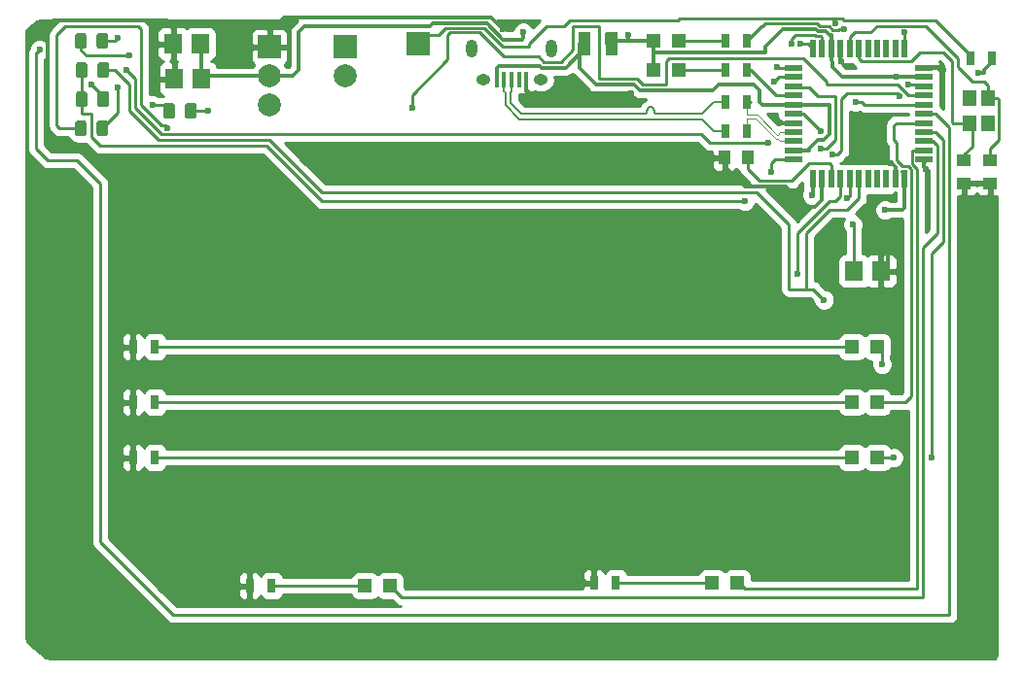
<source format=gbr>
G04 #@! TF.GenerationSoftware,KiCad,Pcbnew,(5.0.1-3-g963ef8bb5)*
G04 #@! TF.CreationDate,2018-12-04T11:01:34+00:00*
G04 #@! TF.ProjectId,invitation,696E7669746174696F6E2E6B69636164,rev?*
G04 #@! TF.SameCoordinates,Original*
G04 #@! TF.FileFunction,Copper,L2,Bot,Signal*
G04 #@! TF.FilePolarity,Positive*
%FSLAX46Y46*%
G04 Gerber Fmt 4.6, Leading zero omitted, Abs format (unit mm)*
G04 Created by KiCad (PCBNEW (5.0.1-3-g963ef8bb5)) date Tuesday, 04 December 2018 at 11:01:34*
%MOMM*%
%LPD*%
G01*
G04 APERTURE LIST*
G04 #@! TA.AperFunction,SMDPad,CuDef*
%ADD10R,0.400000X1.350000*%
G04 #@! TD*
G04 #@! TA.AperFunction,ComponentPad*
%ADD11O,1.250000X0.950000*%
G04 #@! TD*
G04 #@! TA.AperFunction,ComponentPad*
%ADD12O,1.000000X1.550000*%
G04 #@! TD*
G04 #@! TA.AperFunction,SMDPad,CuDef*
%ADD13R,1.500000X0.550000*%
G04 #@! TD*
G04 #@! TA.AperFunction,SMDPad,CuDef*
%ADD14R,0.550000X1.500000*%
G04 #@! TD*
G04 #@! TA.AperFunction,SMDPad,CuDef*
%ADD15R,1.140000X2.030000*%
G04 #@! TD*
G04 #@! TA.AperFunction,SMDPad,CuDef*
%ADD16R,1.200000X1.400000*%
G04 #@! TD*
G04 #@! TA.AperFunction,SMDPad,CuDef*
%ADD17R,1.200000X1.200000*%
G04 #@! TD*
G04 #@! TA.AperFunction,SMDPad,CuDef*
%ADD18R,0.700000X1.300000*%
G04 #@! TD*
G04 #@! TA.AperFunction,SMDPad,CuDef*
%ADD19R,1.250000X1.000000*%
G04 #@! TD*
G04 #@! TA.AperFunction,SMDPad,CuDef*
%ADD20R,1.000000X1.250000*%
G04 #@! TD*
G04 #@! TA.AperFunction,SMDPad,CuDef*
%ADD21R,1.550000X1.800000*%
G04 #@! TD*
G04 #@! TA.AperFunction,ComponentPad*
%ADD22R,2.000000X2.000000*%
G04 #@! TD*
G04 #@! TA.AperFunction,ComponentPad*
%ADD23C,2.000000*%
G04 #@! TD*
G04 #@! TA.AperFunction,Conductor*
%ADD24C,0.100000*%
G04 #@! TD*
G04 #@! TA.AperFunction,SMDPad,CuDef*
%ADD25C,0.975000*%
G04 #@! TD*
G04 #@! TA.AperFunction,ViaPad*
%ADD26C,0.600000*%
G04 #@! TD*
G04 #@! TA.AperFunction,Conductor*
%ADD27C,0.300000*%
G04 #@! TD*
G04 #@! TA.AperFunction,Conductor*
%ADD28C,0.250000*%
G04 #@! TD*
G04 #@! TA.AperFunction,Conductor*
%ADD29C,0.125000*%
G04 #@! TD*
G04 #@! TA.AperFunction,Conductor*
%ADD30C,0.200000*%
G04 #@! TD*
G04 #@! TA.AperFunction,Conductor*
%ADD31C,0.254000*%
G04 #@! TD*
G04 APERTURE END LIST*
D10*
G04 #@! TO.P,P1,1*
G04 #@! TO.N,USBVCC*
X161005100Y-77000540D03*
G04 #@! TO.P,P1,2*
G04 #@! TO.N,/Data-*
X161655100Y-77000540D03*
G04 #@! TO.P,P1,3*
G04 #@! TO.N,/Data+*
X162305100Y-77000540D03*
G04 #@! TO.P,P1,4*
G04 #@! TO.N,Net-(P1-Pad4)*
X162955100Y-77000540D03*
G04 #@! TO.P,P1,5*
G04 #@! TO.N,GND*
X163605100Y-77000540D03*
D11*
G04 #@! TO.P,P1,6*
G04 #@! TO.N,Net-(P1-Pad6)*
X159805100Y-77000540D03*
X164805100Y-77000540D03*
D12*
X158805100Y-74300540D03*
X165805100Y-74300540D03*
G04 #@! TD*
D13*
G04 #@! TO.P,U1,1*
G04 #@! TO.N,rightArrBtn*
X186832000Y-84010000D03*
G04 #@! TO.P,U1,2*
G04 #@! TO.N,USBVCC*
X186832000Y-83210000D03*
G04 #@! TO.P,U1,3*
G04 #@! TO.N,D-*
X186832000Y-82410000D03*
G04 #@! TO.P,U1,4*
G04 #@! TO.N,D+*
X186832000Y-81610000D03*
G04 #@! TO.P,U1,5*
G04 #@! TO.N,GND*
X186832000Y-80810000D03*
G04 #@! TO.P,U1,6*
G04 #@! TO.N,Net-(C0-Pad1)*
X186832000Y-80010000D03*
G04 #@! TO.P,U1,7*
G04 #@! TO.N,USBVCC*
X186832000Y-79210000D03*
G04 #@! TO.P,U1,8*
G04 #@! TO.N,RXLED*
X186832000Y-78410000D03*
G04 #@! TO.P,U1,9*
G04 #@! TO.N,SCLK*
X186832000Y-77610000D03*
G04 #@! TO.P,U1,10*
G04 #@! TO.N,MOSI*
X186832000Y-76810000D03*
G04 #@! TO.P,U1,11*
G04 #@! TO.N,MISO*
X186832000Y-76010000D03*
D14*
G04 #@! TO.P,U1,12*
G04 #@! TO.N,powerLED*
X188532000Y-74310000D03*
G04 #@! TO.P,U1,13*
G04 #@! TO.N,RESET*
X189332000Y-74310000D03*
G04 #@! TO.P,U1,14*
G04 #@! TO.N,VCC*
X190132000Y-74310000D03*
G04 #@! TO.P,U1,15*
G04 #@! TO.N,GND*
X190932000Y-74310000D03*
G04 #@! TO.P,U1,16*
G04 #@! TO.N,XTal2*
X191732000Y-74310000D03*
G04 #@! TO.P,U1,17*
G04 #@! TO.N,XTal1*
X192532000Y-74310000D03*
G04 #@! TO.P,U1,18*
G04 #@! TO.N,Net-(U1-Pad18)*
X193332000Y-74310000D03*
G04 #@! TO.P,U1,19*
G04 #@! TO.N,Net-(U1-Pad19)*
X194132000Y-74310000D03*
G04 #@! TO.P,U1,20*
G04 #@! TO.N,Net-(U1-Pad20)*
X194932000Y-74310000D03*
G04 #@! TO.P,U1,21*
G04 #@! TO.N,Net-(U1-Pad21)*
X195732000Y-74310000D03*
G04 #@! TO.P,U1,22*
G04 #@! TO.N,TXLED*
X196532000Y-74310000D03*
D13*
G04 #@! TO.P,U1,23*
G04 #@! TO.N,GND*
X198232000Y-76010000D03*
G04 #@! TO.P,U1,24*
G04 #@! TO.N,VCC*
X198232000Y-76810000D03*
G04 #@! TO.P,U1,25*
G04 #@! TO.N,downArrBtn*
X198232000Y-77610000D03*
G04 #@! TO.P,U1,26*
G04 #@! TO.N,upArrSens*
X198232000Y-78410000D03*
G04 #@! TO.P,U1,27*
G04 #@! TO.N,downArrSens*
X198232000Y-79210000D03*
G04 #@! TO.P,U1,28*
G04 #@! TO.N,homeBtn*
X198232000Y-80010000D03*
G04 #@! TO.P,U1,29*
G04 #@! TO.N,nodeLED*
X198232000Y-80810000D03*
G04 #@! TO.P,U1,30*
G04 #@! TO.N,interactLED*
X198232000Y-81610000D03*
G04 #@! TO.P,U1,31*
G04 #@! TO.N,phoneLED*
X198232000Y-82410000D03*
G04 #@! TO.P,U1,32*
G04 #@! TO.N,emailLED*
X198232000Y-83210000D03*
G04 #@! TO.P,U1,33*
G04 #@! TO.N,GND*
X198232000Y-84010000D03*
D14*
G04 #@! TO.P,U1,34*
G04 #@! TO.N,VCC*
X196532000Y-85710000D03*
G04 #@! TO.P,U1,35*
G04 #@! TO.N,GND*
X195732000Y-85710000D03*
G04 #@! TO.P,U1,36*
G04 #@! TO.N,Net-(U1-Pad36)*
X194932000Y-85710000D03*
G04 #@! TO.P,U1,37*
G04 #@! TO.N,Net-(U1-Pad37)*
X194132000Y-85710000D03*
G04 #@! TO.P,U1,38*
G04 #@! TO.N,Net-(U1-Pad38)*
X193332000Y-85710000D03*
G04 #@! TO.P,U1,39*
G04 #@! TO.N,rightArrSens*
X192532000Y-85710000D03*
G04 #@! TO.P,U1,40*
G04 #@! TO.N,leftArrSens*
X191732000Y-85710000D03*
G04 #@! TO.P,U1,41*
G04 #@! TO.N,homeSens*
X190932000Y-85710000D03*
G04 #@! TO.P,U1,42*
G04 #@! TO.N,Net-(C3-Pad1)*
X190132000Y-85710000D03*
G04 #@! TO.P,U1,43*
G04 #@! TO.N,GND*
X189332000Y-85710000D03*
G04 #@! TO.P,U1,44*
G04 #@! TO.N,VCC*
X188532000Y-85710000D03*
G04 #@! TD*
D15*
G04 #@! TO.P,F1,1*
G04 #@! TO.N,USBVCC*
X168656000Y-73914000D03*
G04 #@! TO.P,F1,2*
G04 #@! TO.N,VCC*
X171056000Y-73914000D03*
G04 #@! TD*
D16*
G04 #@! TO.P,Y1,1*
G04 #@! TO.N,XTal1*
X202146000Y-80856000D03*
G04 #@! TO.P,Y1,3*
G04 #@! TO.N,N/C*
X202146000Y-78656000D03*
X203746000Y-80856000D03*
G04 #@! TO.P,Y1,2*
G04 #@! TO.N,XTal2*
X203746000Y-78656000D03*
G04 #@! TD*
D17*
G04 #@! TO.P,D1,2*
G04 #@! TO.N,powerLED*
X194140000Y-100330000D03*
G04 #@! TO.P,D1,1*
G04 #@! TO.N,Net-(D1-Pad1)*
X191940000Y-100330000D03*
G04 #@! TD*
G04 #@! TO.P,D2,2*
G04 #@! TO.N,nodeLED*
X194140000Y-105156000D03*
G04 #@! TO.P,D2,1*
G04 #@! TO.N,Net-(D2-Pad1)*
X191940000Y-105156000D03*
G04 #@! TD*
G04 #@! TO.P,D3,2*
G04 #@! TO.N,interactLED*
X194140000Y-109982000D03*
G04 #@! TO.P,D3,1*
G04 #@! TO.N,Net-(D3-Pad1)*
X191940000Y-109982000D03*
G04 #@! TD*
G04 #@! TO.P,D4,2*
G04 #@! TO.N,emailLED*
X181948000Y-120904000D03*
G04 #@! TO.P,D4,1*
G04 #@! TO.N,Net-(D4-Pad1)*
X179748000Y-120904000D03*
G04 #@! TD*
G04 #@! TO.P,D5,2*
G04 #@! TO.N,phoneLED*
X151722000Y-121158000D03*
G04 #@! TO.P,D5,1*
G04 #@! TO.N,Net-(D5-Pad1)*
X149522000Y-121158000D03*
G04 #@! TD*
D18*
G04 #@! TO.P,R1,1*
G04 #@! TO.N,Net-(D1-Pad1)*
X131252000Y-100330000D03*
G04 #@! TO.P,R1,2*
G04 #@! TO.N,GND*
X129352000Y-100330000D03*
G04 #@! TD*
G04 #@! TO.P,R2,1*
G04 #@! TO.N,Net-(D2-Pad1)*
X131252000Y-105156000D03*
G04 #@! TO.P,R2,2*
G04 #@! TO.N,GND*
X129352000Y-105156000D03*
G04 #@! TD*
G04 #@! TO.P,R3,1*
G04 #@! TO.N,Net-(D3-Pad1)*
X131252000Y-109982000D03*
G04 #@! TO.P,R3,2*
G04 #@! TO.N,GND*
X129352000Y-109982000D03*
G04 #@! TD*
G04 #@! TO.P,R4,1*
G04 #@! TO.N,Net-(D4-Pad1)*
X171384000Y-120904000D03*
G04 #@! TO.P,R4,2*
G04 #@! TO.N,GND*
X169484000Y-120904000D03*
G04 #@! TD*
G04 #@! TO.P,R5,1*
G04 #@! TO.N,Net-(D5-Pad1)*
X141412000Y-121158000D03*
G04 #@! TO.P,R5,2*
G04 #@! TO.N,GND*
X139512000Y-121158000D03*
G04 #@! TD*
G04 #@! TO.P,R8,1*
G04 #@! TO.N,D+*
X182814000Y-78994000D03*
G04 #@! TO.P,R8,2*
G04 #@! TO.N,/Data+*
X180914000Y-78994000D03*
G04 #@! TD*
G04 #@! TO.P,R9,1*
G04 #@! TO.N,D-*
X182814000Y-81534000D03*
G04 #@! TO.P,R9,2*
G04 #@! TO.N,/Data-*
X180914000Y-81534000D03*
G04 #@! TD*
G04 #@! TO.P,R10,1*
G04 #@! TO.N,RESET*
X202250000Y-75184000D03*
G04 #@! TO.P,R10,2*
G04 #@! TO.N,VCC*
X204150000Y-75184000D03*
G04 #@! TD*
D19*
G04 #@! TO.P,C1,1*
G04 #@! TO.N,XTal2*
X203962000Y-84090000D03*
G04 #@! TO.P,C1,2*
G04 #@! TO.N,GND*
X203962000Y-86090000D03*
G04 #@! TD*
G04 #@! TO.P,C2,1*
G04 #@! TO.N,XTal1*
X201676000Y-84090000D03*
G04 #@! TO.P,C2,2*
G04 #@! TO.N,GND*
X201676000Y-86090000D03*
G04 #@! TD*
D20*
G04 #@! TO.P,C3,1*
G04 #@! TO.N,Net-(C3-Pad1)*
X182864000Y-83820000D03*
G04 #@! TO.P,C3,2*
G04 #@! TO.N,GND*
X180864000Y-83820000D03*
G04 #@! TD*
D21*
G04 #@! TO.P,C4,1*
G04 #@! TO.N,VCC*
X135192000Y-73914000D03*
G04 #@! TO.P,C4,2*
G04 #@! TO.N,GND*
X132842000Y-73914000D03*
G04 #@! TD*
G04 #@! TO.P,C5,1*
G04 #@! TO.N,VCC*
X135287000Y-76962000D03*
G04 #@! TO.P,C5,2*
G04 #@! TO.N,GND*
X132937000Y-76962000D03*
G04 #@! TD*
D22*
G04 #@! TO.P,P3,1*
G04 #@! TO.N,GND*
X141224000Y-74168000D03*
D23*
G04 #@! TO.P,P3,2*
G04 #@! TO.N,VCC*
X141224000Y-76708000D03*
G04 #@! TO.P,P3,3*
G04 #@! TO.N,SCLK*
X141224000Y-79248000D03*
G04 #@! TD*
D22*
G04 #@! TO.P,P8,1*
G04 #@! TO.N,RESET*
X154178000Y-73914000D03*
G04 #@! TD*
G04 #@! TO.P,P9,1*
G04 #@! TO.N,MOSI*
X147828000Y-74168000D03*
D23*
G04 #@! TO.P,P9,2*
G04 #@! TO.N,MISO*
X147828000Y-76708000D03*
G04 #@! TD*
D21*
G04 #@! TO.P,C0,1*
G04 #@! TO.N,Net-(C0-Pad1)*
X192119000Y-93726000D03*
G04 #@! TO.P,C0,2*
G04 #@! TO.N,GND*
X194469000Y-93726000D03*
G04 #@! TD*
D17*
G04 #@! TO.P,D6,2*
G04 #@! TO.N,VCC*
X174668000Y-73660000D03*
G04 #@! TO.P,D6,1*
G04 #@! TO.N,Net-(D6-Pad1)*
X176868000Y-73660000D03*
G04 #@! TD*
G04 #@! TO.P,D7,2*
G04 #@! TO.N,VCC*
X174668000Y-76200000D03*
G04 #@! TO.P,D7,1*
G04 #@! TO.N,Net-(D7-Pad1)*
X176868000Y-76200000D03*
G04 #@! TD*
D18*
G04 #@! TO.P,R6,1*
G04 #@! TO.N,TXLED*
X182814000Y-73660000D03*
G04 #@! TO.P,R6,2*
G04 #@! TO.N,Net-(D6-Pad1)*
X180914000Y-73660000D03*
G04 #@! TD*
G04 #@! TO.P,R7,1*
G04 #@! TO.N,RXLED*
X182814000Y-76200000D03*
G04 #@! TO.P,R7,2*
G04 #@! TO.N,Net-(D7-Pad1)*
X180914000Y-76200000D03*
G04 #@! TD*
D24*
G04 #@! TO.N,homeSens*
G04 #@! TO.C,R11*
G36*
X134633642Y-79057174D02*
X134657303Y-79060684D01*
X134680507Y-79066496D01*
X134703029Y-79074554D01*
X134724653Y-79084782D01*
X134745170Y-79097079D01*
X134764383Y-79111329D01*
X134782107Y-79127393D01*
X134798171Y-79145117D01*
X134812421Y-79164330D01*
X134824718Y-79184847D01*
X134834946Y-79206471D01*
X134843004Y-79228993D01*
X134848816Y-79252197D01*
X134852326Y-79275858D01*
X134853500Y-79299750D01*
X134853500Y-80212250D01*
X134852326Y-80236142D01*
X134848816Y-80259803D01*
X134843004Y-80283007D01*
X134834946Y-80305529D01*
X134824718Y-80327153D01*
X134812421Y-80347670D01*
X134798171Y-80366883D01*
X134782107Y-80384607D01*
X134764383Y-80400671D01*
X134745170Y-80414921D01*
X134724653Y-80427218D01*
X134703029Y-80437446D01*
X134680507Y-80445504D01*
X134657303Y-80451316D01*
X134633642Y-80454826D01*
X134609750Y-80456000D01*
X134122250Y-80456000D01*
X134098358Y-80454826D01*
X134074697Y-80451316D01*
X134051493Y-80445504D01*
X134028971Y-80437446D01*
X134007347Y-80427218D01*
X133986830Y-80414921D01*
X133967617Y-80400671D01*
X133949893Y-80384607D01*
X133933829Y-80366883D01*
X133919579Y-80347670D01*
X133907282Y-80327153D01*
X133897054Y-80305529D01*
X133888996Y-80283007D01*
X133883184Y-80259803D01*
X133879674Y-80236142D01*
X133878500Y-80212250D01*
X133878500Y-79299750D01*
X133879674Y-79275858D01*
X133883184Y-79252197D01*
X133888996Y-79228993D01*
X133897054Y-79206471D01*
X133907282Y-79184847D01*
X133919579Y-79164330D01*
X133933829Y-79145117D01*
X133949893Y-79127393D01*
X133967617Y-79111329D01*
X133986830Y-79097079D01*
X134007347Y-79084782D01*
X134028971Y-79074554D01*
X134051493Y-79066496D01*
X134074697Y-79060684D01*
X134098358Y-79057174D01*
X134122250Y-79056000D01*
X134609750Y-79056000D01*
X134633642Y-79057174D01*
X134633642Y-79057174D01*
G37*
D25*
G04 #@! TD*
G04 #@! TO.P,R11,1*
G04 #@! TO.N,homeSens*
X134366000Y-79756000D03*
D24*
G04 #@! TO.N,homeBtn*
G04 #@! TO.C,R11*
G36*
X132758642Y-79057174D02*
X132782303Y-79060684D01*
X132805507Y-79066496D01*
X132828029Y-79074554D01*
X132849653Y-79084782D01*
X132870170Y-79097079D01*
X132889383Y-79111329D01*
X132907107Y-79127393D01*
X132923171Y-79145117D01*
X132937421Y-79164330D01*
X132949718Y-79184847D01*
X132959946Y-79206471D01*
X132968004Y-79228993D01*
X132973816Y-79252197D01*
X132977326Y-79275858D01*
X132978500Y-79299750D01*
X132978500Y-80212250D01*
X132977326Y-80236142D01*
X132973816Y-80259803D01*
X132968004Y-80283007D01*
X132959946Y-80305529D01*
X132949718Y-80327153D01*
X132937421Y-80347670D01*
X132923171Y-80366883D01*
X132907107Y-80384607D01*
X132889383Y-80400671D01*
X132870170Y-80414921D01*
X132849653Y-80427218D01*
X132828029Y-80437446D01*
X132805507Y-80445504D01*
X132782303Y-80451316D01*
X132758642Y-80454826D01*
X132734750Y-80456000D01*
X132247250Y-80456000D01*
X132223358Y-80454826D01*
X132199697Y-80451316D01*
X132176493Y-80445504D01*
X132153971Y-80437446D01*
X132132347Y-80427218D01*
X132111830Y-80414921D01*
X132092617Y-80400671D01*
X132074893Y-80384607D01*
X132058829Y-80366883D01*
X132044579Y-80347670D01*
X132032282Y-80327153D01*
X132022054Y-80305529D01*
X132013996Y-80283007D01*
X132008184Y-80259803D01*
X132004674Y-80236142D01*
X132003500Y-80212250D01*
X132003500Y-79299750D01*
X132004674Y-79275858D01*
X132008184Y-79252197D01*
X132013996Y-79228993D01*
X132022054Y-79206471D01*
X132032282Y-79184847D01*
X132044579Y-79164330D01*
X132058829Y-79145117D01*
X132074893Y-79127393D01*
X132092617Y-79111329D01*
X132111830Y-79097079D01*
X132132347Y-79084782D01*
X132153971Y-79074554D01*
X132176493Y-79066496D01*
X132199697Y-79060684D01*
X132223358Y-79057174D01*
X132247250Y-79056000D01*
X132734750Y-79056000D01*
X132758642Y-79057174D01*
X132758642Y-79057174D01*
G37*
D25*
G04 #@! TD*
G04 #@! TO.P,R11,2*
G04 #@! TO.N,homeBtn*
X132491000Y-79756000D03*
D24*
G04 #@! TO.N,homeBtn*
G04 #@! TO.C,R12*
G36*
X125060142Y-72961174D02*
X125083803Y-72964684D01*
X125107007Y-72970496D01*
X125129529Y-72978554D01*
X125151153Y-72988782D01*
X125171670Y-73001079D01*
X125190883Y-73015329D01*
X125208607Y-73031393D01*
X125224671Y-73049117D01*
X125238921Y-73068330D01*
X125251218Y-73088847D01*
X125261446Y-73110471D01*
X125269504Y-73132993D01*
X125275316Y-73156197D01*
X125278826Y-73179858D01*
X125280000Y-73203750D01*
X125280000Y-74116250D01*
X125278826Y-74140142D01*
X125275316Y-74163803D01*
X125269504Y-74187007D01*
X125261446Y-74209529D01*
X125251218Y-74231153D01*
X125238921Y-74251670D01*
X125224671Y-74270883D01*
X125208607Y-74288607D01*
X125190883Y-74304671D01*
X125171670Y-74318921D01*
X125151153Y-74331218D01*
X125129529Y-74341446D01*
X125107007Y-74349504D01*
X125083803Y-74355316D01*
X125060142Y-74358826D01*
X125036250Y-74360000D01*
X124548750Y-74360000D01*
X124524858Y-74358826D01*
X124501197Y-74355316D01*
X124477993Y-74349504D01*
X124455471Y-74341446D01*
X124433847Y-74331218D01*
X124413330Y-74318921D01*
X124394117Y-74304671D01*
X124376393Y-74288607D01*
X124360329Y-74270883D01*
X124346079Y-74251670D01*
X124333782Y-74231153D01*
X124323554Y-74209529D01*
X124315496Y-74187007D01*
X124309684Y-74163803D01*
X124306174Y-74140142D01*
X124305000Y-74116250D01*
X124305000Y-73203750D01*
X124306174Y-73179858D01*
X124309684Y-73156197D01*
X124315496Y-73132993D01*
X124323554Y-73110471D01*
X124333782Y-73088847D01*
X124346079Y-73068330D01*
X124360329Y-73049117D01*
X124376393Y-73031393D01*
X124394117Y-73015329D01*
X124413330Y-73001079D01*
X124433847Y-72988782D01*
X124455471Y-72978554D01*
X124477993Y-72970496D01*
X124501197Y-72964684D01*
X124524858Y-72961174D01*
X124548750Y-72960000D01*
X125036250Y-72960000D01*
X125060142Y-72961174D01*
X125060142Y-72961174D01*
G37*
D25*
G04 #@! TD*
G04 #@! TO.P,R12,2*
G04 #@! TO.N,homeBtn*
X124792500Y-73660000D03*
D24*
G04 #@! TO.N,leftArrSens*
G04 #@! TO.C,R12*
G36*
X126935142Y-72961174D02*
X126958803Y-72964684D01*
X126982007Y-72970496D01*
X127004529Y-72978554D01*
X127026153Y-72988782D01*
X127046670Y-73001079D01*
X127065883Y-73015329D01*
X127083607Y-73031393D01*
X127099671Y-73049117D01*
X127113921Y-73068330D01*
X127126218Y-73088847D01*
X127136446Y-73110471D01*
X127144504Y-73132993D01*
X127150316Y-73156197D01*
X127153826Y-73179858D01*
X127155000Y-73203750D01*
X127155000Y-74116250D01*
X127153826Y-74140142D01*
X127150316Y-74163803D01*
X127144504Y-74187007D01*
X127136446Y-74209529D01*
X127126218Y-74231153D01*
X127113921Y-74251670D01*
X127099671Y-74270883D01*
X127083607Y-74288607D01*
X127065883Y-74304671D01*
X127046670Y-74318921D01*
X127026153Y-74331218D01*
X127004529Y-74341446D01*
X126982007Y-74349504D01*
X126958803Y-74355316D01*
X126935142Y-74358826D01*
X126911250Y-74360000D01*
X126423750Y-74360000D01*
X126399858Y-74358826D01*
X126376197Y-74355316D01*
X126352993Y-74349504D01*
X126330471Y-74341446D01*
X126308847Y-74331218D01*
X126288330Y-74318921D01*
X126269117Y-74304671D01*
X126251393Y-74288607D01*
X126235329Y-74270883D01*
X126221079Y-74251670D01*
X126208782Y-74231153D01*
X126198554Y-74209529D01*
X126190496Y-74187007D01*
X126184684Y-74163803D01*
X126181174Y-74140142D01*
X126180000Y-74116250D01*
X126180000Y-73203750D01*
X126181174Y-73179858D01*
X126184684Y-73156197D01*
X126190496Y-73132993D01*
X126198554Y-73110471D01*
X126208782Y-73088847D01*
X126221079Y-73068330D01*
X126235329Y-73049117D01*
X126251393Y-73031393D01*
X126269117Y-73015329D01*
X126288330Y-73001079D01*
X126308847Y-72988782D01*
X126330471Y-72978554D01*
X126352993Y-72970496D01*
X126376197Y-72964684D01*
X126399858Y-72961174D01*
X126423750Y-72960000D01*
X126911250Y-72960000D01*
X126935142Y-72961174D01*
X126935142Y-72961174D01*
G37*
D25*
G04 #@! TD*
G04 #@! TO.P,R12,1*
G04 #@! TO.N,leftArrSens*
X126667500Y-73660000D03*
D24*
G04 #@! TO.N,rightArrSens*
G04 #@! TO.C,R13*
G36*
X127013642Y-75501174D02*
X127037303Y-75504684D01*
X127060507Y-75510496D01*
X127083029Y-75518554D01*
X127104653Y-75528782D01*
X127125170Y-75541079D01*
X127144383Y-75555329D01*
X127162107Y-75571393D01*
X127178171Y-75589117D01*
X127192421Y-75608330D01*
X127204718Y-75628847D01*
X127214946Y-75650471D01*
X127223004Y-75672993D01*
X127228816Y-75696197D01*
X127232326Y-75719858D01*
X127233500Y-75743750D01*
X127233500Y-76656250D01*
X127232326Y-76680142D01*
X127228816Y-76703803D01*
X127223004Y-76727007D01*
X127214946Y-76749529D01*
X127204718Y-76771153D01*
X127192421Y-76791670D01*
X127178171Y-76810883D01*
X127162107Y-76828607D01*
X127144383Y-76844671D01*
X127125170Y-76858921D01*
X127104653Y-76871218D01*
X127083029Y-76881446D01*
X127060507Y-76889504D01*
X127037303Y-76895316D01*
X127013642Y-76898826D01*
X126989750Y-76900000D01*
X126502250Y-76900000D01*
X126478358Y-76898826D01*
X126454697Y-76895316D01*
X126431493Y-76889504D01*
X126408971Y-76881446D01*
X126387347Y-76871218D01*
X126366830Y-76858921D01*
X126347617Y-76844671D01*
X126329893Y-76828607D01*
X126313829Y-76810883D01*
X126299579Y-76791670D01*
X126287282Y-76771153D01*
X126277054Y-76749529D01*
X126268996Y-76727007D01*
X126263184Y-76703803D01*
X126259674Y-76680142D01*
X126258500Y-76656250D01*
X126258500Y-75743750D01*
X126259674Y-75719858D01*
X126263184Y-75696197D01*
X126268996Y-75672993D01*
X126277054Y-75650471D01*
X126287282Y-75628847D01*
X126299579Y-75608330D01*
X126313829Y-75589117D01*
X126329893Y-75571393D01*
X126347617Y-75555329D01*
X126366830Y-75541079D01*
X126387347Y-75528782D01*
X126408971Y-75518554D01*
X126431493Y-75510496D01*
X126454697Y-75504684D01*
X126478358Y-75501174D01*
X126502250Y-75500000D01*
X126989750Y-75500000D01*
X127013642Y-75501174D01*
X127013642Y-75501174D01*
G37*
D25*
G04 #@! TD*
G04 #@! TO.P,R13,1*
G04 #@! TO.N,rightArrSens*
X126746000Y-76200000D03*
D24*
G04 #@! TO.N,rightArrBtn*
G04 #@! TO.C,R13*
G36*
X125138642Y-75501174D02*
X125162303Y-75504684D01*
X125185507Y-75510496D01*
X125208029Y-75518554D01*
X125229653Y-75528782D01*
X125250170Y-75541079D01*
X125269383Y-75555329D01*
X125287107Y-75571393D01*
X125303171Y-75589117D01*
X125317421Y-75608330D01*
X125329718Y-75628847D01*
X125339946Y-75650471D01*
X125348004Y-75672993D01*
X125353816Y-75696197D01*
X125357326Y-75719858D01*
X125358500Y-75743750D01*
X125358500Y-76656250D01*
X125357326Y-76680142D01*
X125353816Y-76703803D01*
X125348004Y-76727007D01*
X125339946Y-76749529D01*
X125329718Y-76771153D01*
X125317421Y-76791670D01*
X125303171Y-76810883D01*
X125287107Y-76828607D01*
X125269383Y-76844671D01*
X125250170Y-76858921D01*
X125229653Y-76871218D01*
X125208029Y-76881446D01*
X125185507Y-76889504D01*
X125162303Y-76895316D01*
X125138642Y-76898826D01*
X125114750Y-76900000D01*
X124627250Y-76900000D01*
X124603358Y-76898826D01*
X124579697Y-76895316D01*
X124556493Y-76889504D01*
X124533971Y-76881446D01*
X124512347Y-76871218D01*
X124491830Y-76858921D01*
X124472617Y-76844671D01*
X124454893Y-76828607D01*
X124438829Y-76810883D01*
X124424579Y-76791670D01*
X124412282Y-76771153D01*
X124402054Y-76749529D01*
X124393996Y-76727007D01*
X124388184Y-76703803D01*
X124384674Y-76680142D01*
X124383500Y-76656250D01*
X124383500Y-75743750D01*
X124384674Y-75719858D01*
X124388184Y-75696197D01*
X124393996Y-75672993D01*
X124402054Y-75650471D01*
X124412282Y-75628847D01*
X124424579Y-75608330D01*
X124438829Y-75589117D01*
X124454893Y-75571393D01*
X124472617Y-75555329D01*
X124491830Y-75541079D01*
X124512347Y-75528782D01*
X124533971Y-75518554D01*
X124556493Y-75510496D01*
X124579697Y-75504684D01*
X124603358Y-75501174D01*
X124627250Y-75500000D01*
X125114750Y-75500000D01*
X125138642Y-75501174D01*
X125138642Y-75501174D01*
G37*
D25*
G04 #@! TD*
G04 #@! TO.P,R13,2*
G04 #@! TO.N,rightArrBtn*
X124871000Y-76200000D03*
D24*
G04 #@! TO.N,rightArrBtn*
G04 #@! TO.C,R14*
G36*
X125138642Y-78041174D02*
X125162303Y-78044684D01*
X125185507Y-78050496D01*
X125208029Y-78058554D01*
X125229653Y-78068782D01*
X125250170Y-78081079D01*
X125269383Y-78095329D01*
X125287107Y-78111393D01*
X125303171Y-78129117D01*
X125317421Y-78148330D01*
X125329718Y-78168847D01*
X125339946Y-78190471D01*
X125348004Y-78212993D01*
X125353816Y-78236197D01*
X125357326Y-78259858D01*
X125358500Y-78283750D01*
X125358500Y-79196250D01*
X125357326Y-79220142D01*
X125353816Y-79243803D01*
X125348004Y-79267007D01*
X125339946Y-79289529D01*
X125329718Y-79311153D01*
X125317421Y-79331670D01*
X125303171Y-79350883D01*
X125287107Y-79368607D01*
X125269383Y-79384671D01*
X125250170Y-79398921D01*
X125229653Y-79411218D01*
X125208029Y-79421446D01*
X125185507Y-79429504D01*
X125162303Y-79435316D01*
X125138642Y-79438826D01*
X125114750Y-79440000D01*
X124627250Y-79440000D01*
X124603358Y-79438826D01*
X124579697Y-79435316D01*
X124556493Y-79429504D01*
X124533971Y-79421446D01*
X124512347Y-79411218D01*
X124491830Y-79398921D01*
X124472617Y-79384671D01*
X124454893Y-79368607D01*
X124438829Y-79350883D01*
X124424579Y-79331670D01*
X124412282Y-79311153D01*
X124402054Y-79289529D01*
X124393996Y-79267007D01*
X124388184Y-79243803D01*
X124384674Y-79220142D01*
X124383500Y-79196250D01*
X124383500Y-78283750D01*
X124384674Y-78259858D01*
X124388184Y-78236197D01*
X124393996Y-78212993D01*
X124402054Y-78190471D01*
X124412282Y-78168847D01*
X124424579Y-78148330D01*
X124438829Y-78129117D01*
X124454893Y-78111393D01*
X124472617Y-78095329D01*
X124491830Y-78081079D01*
X124512347Y-78068782D01*
X124533971Y-78058554D01*
X124556493Y-78050496D01*
X124579697Y-78044684D01*
X124603358Y-78041174D01*
X124627250Y-78040000D01*
X125114750Y-78040000D01*
X125138642Y-78041174D01*
X125138642Y-78041174D01*
G37*
D25*
G04 #@! TD*
G04 #@! TO.P,R14,2*
G04 #@! TO.N,rightArrBtn*
X124871000Y-78740000D03*
D24*
G04 #@! TO.N,upArrSens*
G04 #@! TO.C,R14*
G36*
X127013642Y-78041174D02*
X127037303Y-78044684D01*
X127060507Y-78050496D01*
X127083029Y-78058554D01*
X127104653Y-78068782D01*
X127125170Y-78081079D01*
X127144383Y-78095329D01*
X127162107Y-78111393D01*
X127178171Y-78129117D01*
X127192421Y-78148330D01*
X127204718Y-78168847D01*
X127214946Y-78190471D01*
X127223004Y-78212993D01*
X127228816Y-78236197D01*
X127232326Y-78259858D01*
X127233500Y-78283750D01*
X127233500Y-79196250D01*
X127232326Y-79220142D01*
X127228816Y-79243803D01*
X127223004Y-79267007D01*
X127214946Y-79289529D01*
X127204718Y-79311153D01*
X127192421Y-79331670D01*
X127178171Y-79350883D01*
X127162107Y-79368607D01*
X127144383Y-79384671D01*
X127125170Y-79398921D01*
X127104653Y-79411218D01*
X127083029Y-79421446D01*
X127060507Y-79429504D01*
X127037303Y-79435316D01*
X127013642Y-79438826D01*
X126989750Y-79440000D01*
X126502250Y-79440000D01*
X126478358Y-79438826D01*
X126454697Y-79435316D01*
X126431493Y-79429504D01*
X126408971Y-79421446D01*
X126387347Y-79411218D01*
X126366830Y-79398921D01*
X126347617Y-79384671D01*
X126329893Y-79368607D01*
X126313829Y-79350883D01*
X126299579Y-79331670D01*
X126287282Y-79311153D01*
X126277054Y-79289529D01*
X126268996Y-79267007D01*
X126263184Y-79243803D01*
X126259674Y-79220142D01*
X126258500Y-79196250D01*
X126258500Y-78283750D01*
X126259674Y-78259858D01*
X126263184Y-78236197D01*
X126268996Y-78212993D01*
X126277054Y-78190471D01*
X126287282Y-78168847D01*
X126299579Y-78148330D01*
X126313829Y-78129117D01*
X126329893Y-78111393D01*
X126347617Y-78095329D01*
X126366830Y-78081079D01*
X126387347Y-78068782D01*
X126408971Y-78058554D01*
X126431493Y-78050496D01*
X126454697Y-78044684D01*
X126478358Y-78041174D01*
X126502250Y-78040000D01*
X126989750Y-78040000D01*
X127013642Y-78041174D01*
X127013642Y-78041174D01*
G37*
D25*
G04 #@! TD*
G04 #@! TO.P,R14,1*
G04 #@! TO.N,upArrSens*
X126746000Y-78740000D03*
D24*
G04 #@! TO.N,downArrSens*
G04 #@! TO.C,R15*
G36*
X126935142Y-80581174D02*
X126958803Y-80584684D01*
X126982007Y-80590496D01*
X127004529Y-80598554D01*
X127026153Y-80608782D01*
X127046670Y-80621079D01*
X127065883Y-80635329D01*
X127083607Y-80651393D01*
X127099671Y-80669117D01*
X127113921Y-80688330D01*
X127126218Y-80708847D01*
X127136446Y-80730471D01*
X127144504Y-80752993D01*
X127150316Y-80776197D01*
X127153826Y-80799858D01*
X127155000Y-80823750D01*
X127155000Y-81736250D01*
X127153826Y-81760142D01*
X127150316Y-81783803D01*
X127144504Y-81807007D01*
X127136446Y-81829529D01*
X127126218Y-81851153D01*
X127113921Y-81871670D01*
X127099671Y-81890883D01*
X127083607Y-81908607D01*
X127065883Y-81924671D01*
X127046670Y-81938921D01*
X127026153Y-81951218D01*
X127004529Y-81961446D01*
X126982007Y-81969504D01*
X126958803Y-81975316D01*
X126935142Y-81978826D01*
X126911250Y-81980000D01*
X126423750Y-81980000D01*
X126399858Y-81978826D01*
X126376197Y-81975316D01*
X126352993Y-81969504D01*
X126330471Y-81961446D01*
X126308847Y-81951218D01*
X126288330Y-81938921D01*
X126269117Y-81924671D01*
X126251393Y-81908607D01*
X126235329Y-81890883D01*
X126221079Y-81871670D01*
X126208782Y-81851153D01*
X126198554Y-81829529D01*
X126190496Y-81807007D01*
X126184684Y-81783803D01*
X126181174Y-81760142D01*
X126180000Y-81736250D01*
X126180000Y-80823750D01*
X126181174Y-80799858D01*
X126184684Y-80776197D01*
X126190496Y-80752993D01*
X126198554Y-80730471D01*
X126208782Y-80708847D01*
X126221079Y-80688330D01*
X126235329Y-80669117D01*
X126251393Y-80651393D01*
X126269117Y-80635329D01*
X126288330Y-80621079D01*
X126308847Y-80608782D01*
X126330471Y-80598554D01*
X126352993Y-80590496D01*
X126376197Y-80584684D01*
X126399858Y-80581174D01*
X126423750Y-80580000D01*
X126911250Y-80580000D01*
X126935142Y-80581174D01*
X126935142Y-80581174D01*
G37*
D25*
G04 #@! TD*
G04 #@! TO.P,R15,1*
G04 #@! TO.N,downArrSens*
X126667500Y-81280000D03*
D24*
G04 #@! TO.N,downArrBtn*
G04 #@! TO.C,R15*
G36*
X125060142Y-80581174D02*
X125083803Y-80584684D01*
X125107007Y-80590496D01*
X125129529Y-80598554D01*
X125151153Y-80608782D01*
X125171670Y-80621079D01*
X125190883Y-80635329D01*
X125208607Y-80651393D01*
X125224671Y-80669117D01*
X125238921Y-80688330D01*
X125251218Y-80708847D01*
X125261446Y-80730471D01*
X125269504Y-80752993D01*
X125275316Y-80776197D01*
X125278826Y-80799858D01*
X125280000Y-80823750D01*
X125280000Y-81736250D01*
X125278826Y-81760142D01*
X125275316Y-81783803D01*
X125269504Y-81807007D01*
X125261446Y-81829529D01*
X125251218Y-81851153D01*
X125238921Y-81871670D01*
X125224671Y-81890883D01*
X125208607Y-81908607D01*
X125190883Y-81924671D01*
X125171670Y-81938921D01*
X125151153Y-81951218D01*
X125129529Y-81961446D01*
X125107007Y-81969504D01*
X125083803Y-81975316D01*
X125060142Y-81978826D01*
X125036250Y-81980000D01*
X124548750Y-81980000D01*
X124524858Y-81978826D01*
X124501197Y-81975316D01*
X124477993Y-81969504D01*
X124455471Y-81961446D01*
X124433847Y-81951218D01*
X124413330Y-81938921D01*
X124394117Y-81924671D01*
X124376393Y-81908607D01*
X124360329Y-81890883D01*
X124346079Y-81871670D01*
X124333782Y-81851153D01*
X124323554Y-81829529D01*
X124315496Y-81807007D01*
X124309684Y-81783803D01*
X124306174Y-81760142D01*
X124305000Y-81736250D01*
X124305000Y-80823750D01*
X124306174Y-80799858D01*
X124309684Y-80776197D01*
X124315496Y-80752993D01*
X124323554Y-80730471D01*
X124333782Y-80708847D01*
X124346079Y-80688330D01*
X124360329Y-80669117D01*
X124376393Y-80651393D01*
X124394117Y-80635329D01*
X124413330Y-80621079D01*
X124433847Y-80608782D01*
X124455471Y-80598554D01*
X124477993Y-80590496D01*
X124501197Y-80584684D01*
X124524858Y-80581174D01*
X124548750Y-80580000D01*
X125036250Y-80580000D01*
X125060142Y-80581174D01*
X125060142Y-80581174D01*
G37*
D25*
G04 #@! TD*
G04 #@! TO.P,R15,2*
G04 #@! TO.N,downArrBtn*
X124792500Y-81280000D03*
D26*
G04 #@! TO.N,GND*
X191008000Y-75438000D03*
X199898000Y-76200000D03*
X195580000Y-91440000D03*
X198374000Y-84836000D03*
X201676000Y-87884000D03*
X179578000Y-83820000D03*
X185674000Y-80772000D03*
X172720000Y-78232000D03*
X161500000Y-72650000D03*
X195326000Y-84328000D03*
G04 #@! TO.N,VCC*
X195834000Y-76810000D03*
X172466000Y-73152000D03*
X163322000Y-72898000D03*
X188468000Y-87122000D03*
X202946000Y-76454000D03*
X194818000Y-88392000D03*
G04 #@! TO.N,interactLED*
X195580000Y-109982000D03*
X198882000Y-109982000D03*
G04 #@! TO.N,SCLK*
X189230000Y-83058000D03*
G04 #@! TO.N,MISO*
X185420000Y-75946000D03*
G04 #@! TO.N,MOSI*
X185166000Y-77216000D03*
G04 #@! TO.N,RESET*
X190500000Y-72136000D03*
X186690000Y-73914000D03*
G04 #@! TO.N,TXLED*
X196532000Y-72898000D03*
X191262000Y-72644000D03*
G04 #@! TO.N,Net-(C0-Pad1)*
X192024000Y-89662000D03*
X189230000Y-81534000D03*
G04 #@! TO.N,homeSens*
X135890000Y-79756000D03*
X187210000Y-93960000D03*
G04 #@! TO.N,leftArrSens*
X191516000Y-87376000D03*
X128016000Y-73406000D03*
G04 #@! TO.N,rightArrSens*
X189500000Y-96230000D03*
G04 #@! TO.N,upArrSens*
X153630000Y-79502000D03*
X125730000Y-77470000D03*
G04 #@! TO.N,downArrSens*
X184658000Y-82550000D03*
X192278000Y-78994000D03*
X128016000Y-77724000D03*
X128778000Y-76200000D03*
G04 #@! TO.N,downArrBtn*
X190246000Y-83566000D03*
X132334000Y-81236000D03*
X196088000Y-78442000D03*
X196850000Y-77470000D03*
G04 #@! TO.N,powerLED*
X194564000Y-101854000D03*
X187452000Y-73914000D03*
G04 #@! TO.N,homeBtn*
X129032000Y-74930000D03*
X131064000Y-79248000D03*
X121202000Y-74422000D03*
G04 #@! TO.N,rightArrBtn*
X182626000Y-87630000D03*
X184912000Y-85046000D03*
G04 #@! TD*
D27*
G04 #@! TO.N,USBVCC*
X187668000Y-79210000D02*
X186832000Y-79210000D01*
X187706000Y-79248000D02*
X187668000Y-79210000D01*
X189992000Y-79248000D02*
X187706000Y-79248000D01*
X189992000Y-81788000D02*
X189992000Y-79248000D01*
X188214000Y-83210000D02*
X188214000Y-83058000D01*
X186832000Y-83210000D02*
X188214000Y-83210000D01*
X188976000Y-82296000D02*
X189484000Y-82296000D01*
X188214000Y-83058000D02*
X188976000Y-82296000D01*
X189484000Y-82296000D02*
X189992000Y-81788000D01*
X183896000Y-78994000D02*
X184112000Y-79210000D01*
X183896000Y-77978000D02*
X183896000Y-78994000D01*
X183388000Y-77470000D02*
X183896000Y-77978000D01*
X180340000Y-77470000D02*
X183388000Y-77470000D01*
X179832000Y-77978000D02*
X180340000Y-77470000D01*
X168218000Y-76016000D02*
X169672000Y-77470000D01*
X173482000Y-77978000D02*
X179832000Y-77978000D01*
X172974000Y-77470000D02*
X173482000Y-77978000D01*
X169672000Y-77470000D02*
X172974000Y-77470000D01*
X184112000Y-79210000D02*
X186832000Y-79210000D01*
X168218000Y-73914000D02*
X168218000Y-76016000D01*
X168218000Y-74098000D02*
X168218000Y-73914000D01*
X168656000Y-74359000D02*
X168656000Y-73914000D01*
X164890000Y-75990000D02*
X167025000Y-75990000D01*
X167025000Y-75990000D02*
X168656000Y-74359000D01*
X164720000Y-75820000D02*
X164890000Y-75990000D01*
X164720000Y-75816000D02*
X164720000Y-75820000D01*
X161239100Y-75816000D02*
X164720000Y-75816000D01*
X161005100Y-76050000D02*
X161239100Y-75816000D01*
X161005100Y-77000540D02*
X161005100Y-76050000D01*
G04 #@! TO.N,GND*
X195072000Y-91440000D02*
X195072000Y-93123000D01*
X195072000Y-93123000D02*
X194469000Y-93726000D01*
X190932000Y-75362000D02*
X190932000Y-74310000D01*
X191008000Y-75438000D02*
X190932000Y-75362000D01*
X199708000Y-76010000D02*
X198232000Y-76010000D01*
X199898000Y-76200000D02*
X199708000Y-76010000D01*
X195580000Y-91440000D02*
X195072000Y-91440000D01*
X195732000Y-84684000D02*
X195732000Y-85710000D01*
X201676000Y-86090000D02*
X201676000Y-87884000D01*
X198232000Y-84694000D02*
X198232000Y-84010000D01*
X198374000Y-84836000D02*
X198232000Y-84694000D01*
X186832000Y-80810000D02*
X185712000Y-80810000D01*
X179578000Y-83820000D02*
X180864000Y-83820000D01*
X185712000Y-80810000D02*
X185674000Y-80772000D01*
X163746264Y-78232000D02*
X172720000Y-78232000D01*
X138430000Y-74168000D02*
X141224000Y-74168000D01*
X136398000Y-72136000D02*
X138430000Y-74168000D01*
X132842000Y-72390000D02*
X133096000Y-72136000D01*
X133096000Y-72136000D02*
X136398000Y-72136000D01*
X132842000Y-73914000D02*
X132842000Y-72390000D01*
X141224000Y-72868000D02*
X142210000Y-71882000D01*
X141224000Y-74168000D02*
X141224000Y-72868000D01*
X132937000Y-74009000D02*
X132842000Y-73914000D01*
X132937000Y-76962000D02*
X132937000Y-74009000D01*
X168834000Y-120904000D02*
X167056000Y-119126000D01*
X169484000Y-120904000D02*
X168834000Y-120904000D01*
X167056000Y-119126000D02*
X139700000Y-119126000D01*
X139512000Y-119314000D02*
X139512000Y-121158000D01*
X139700000Y-119126000D02*
X139512000Y-119314000D01*
X139512000Y-119314000D02*
X132268000Y-119314000D01*
X129352000Y-116398000D02*
X129352000Y-109982000D01*
X132268000Y-119314000D02*
X129352000Y-116398000D01*
X129352000Y-109982000D02*
X129352000Y-105156000D01*
X129352000Y-104206000D02*
X129352000Y-100330000D01*
X129352000Y-105156000D02*
X129352000Y-104206000D01*
X121920000Y-82550000D02*
X121920000Y-72390000D01*
X122174000Y-82804000D02*
X121920000Y-82550000D01*
X125222000Y-82804000D02*
X122174000Y-82804000D01*
X129352000Y-86934000D02*
X125222000Y-82804000D01*
X129352000Y-100330000D02*
X129352000Y-86934000D01*
X122428000Y-71882000D02*
X132334000Y-71882000D01*
X121920000Y-72390000D02*
X122428000Y-71882000D01*
X132334000Y-71882000D02*
X132842000Y-72390000D01*
X195732000Y-85710000D02*
X195732000Y-84660000D01*
X203962000Y-86090000D02*
X201676000Y-86090000D01*
X163605100Y-78090836D02*
X163605100Y-77000540D01*
X163746264Y-78232000D02*
X163605100Y-78090836D01*
X142210000Y-71882000D02*
X142240000Y-71882000D01*
X142240000Y-71882000D02*
X142494000Y-71628000D01*
X160478000Y-71628000D02*
X161500000Y-72650000D01*
X142494000Y-71628000D02*
X160478000Y-71628000D01*
X195400000Y-84328000D02*
X195326000Y-84328000D01*
X195732000Y-84660000D02*
X195400000Y-84328000D01*
X189332000Y-87528000D02*
X189332000Y-85710000D01*
X188722000Y-88138000D02*
X189332000Y-87528000D01*
X182626000Y-86360000D02*
X186182000Y-86360000D01*
X187960000Y-88138000D02*
X188722000Y-88138000D01*
X186182000Y-86360000D02*
X187960000Y-88138000D01*
X180864000Y-84598000D02*
X182626000Y-86360000D01*
X180864000Y-83820000D02*
X180864000Y-84598000D01*
G04 #@! TO.N,VCC*
X190132000Y-75360000D02*
X190246000Y-75474000D01*
X190132000Y-74310000D02*
X190132000Y-75360000D01*
X190246000Y-75946000D02*
X191110000Y-76810000D01*
X191110000Y-76810000D02*
X195834000Y-76810000D01*
X195834000Y-76810000D02*
X198232000Y-76810000D01*
X204216000Y-75250000D02*
X204150000Y-75184000D01*
X170872000Y-73660000D02*
X170618000Y-73914000D01*
X174668000Y-74930000D02*
X174668000Y-76200000D01*
X190246000Y-75692000D02*
X190246000Y-75946000D01*
X190246000Y-75474000D02*
X190246000Y-75692000D01*
X170618000Y-73914000D02*
X170618000Y-73082000D01*
X135541000Y-76708000D02*
X135287000Y-76962000D01*
X141224000Y-76708000D02*
X135541000Y-76708000D01*
X135287000Y-74009000D02*
X135192000Y-73914000D01*
X135287000Y-76962000D02*
X135287000Y-74009000D01*
X174668000Y-73660000D02*
X172466000Y-73660000D01*
X172466000Y-73660000D02*
X172466000Y-73152000D01*
X172466000Y-73660000D02*
X170872000Y-73660000D01*
X196532000Y-85710000D02*
X196532000Y-85280000D01*
X196532000Y-85253999D02*
X196342000Y-85063999D01*
X196532000Y-85280000D02*
X196532000Y-85253999D01*
X196342000Y-85063999D02*
X196320992Y-85042991D01*
X188532000Y-87058000D02*
X188468000Y-87122000D01*
X188532000Y-85710000D02*
X188532000Y-87058000D01*
X174668000Y-74676000D02*
X174668000Y-74930000D01*
X174668000Y-73660000D02*
X174668000Y-74676000D01*
X204150000Y-75484000D02*
X203454000Y-76180000D01*
X204150000Y-75184000D02*
X204150000Y-75484000D01*
X203454000Y-76180000D02*
X203454000Y-76454000D01*
X203454000Y-76454000D02*
X202946000Y-76454000D01*
X155448000Y-72136000D02*
X160154000Y-72136000D01*
X144272000Y-72390000D02*
X155194000Y-72390000D01*
X155194000Y-72390000D02*
X155448000Y-72136000D01*
X143764000Y-72898000D02*
X144272000Y-72390000D01*
X143764000Y-76200000D02*
X143764000Y-72898000D01*
X143256000Y-76708000D02*
X143764000Y-76200000D01*
X141224000Y-76708000D02*
X143256000Y-76708000D01*
X163202000Y-73526000D02*
X163322000Y-73406000D01*
X161544000Y-73526000D02*
X163202000Y-73526000D01*
X163322000Y-73406000D02*
X163322000Y-72898000D01*
X160154000Y-72136000D02*
X161544000Y-73526000D01*
X194818000Y-88392000D02*
X196342000Y-88392000D01*
X196532000Y-88202000D02*
X196532000Y-85710000D01*
X196342000Y-88392000D02*
X196532000Y-88202000D01*
X188782527Y-72644000D02*
X188944517Y-72805990D01*
X184404000Y-74168000D02*
X185928000Y-72644000D01*
X185928000Y-72644000D02*
X188782527Y-72644000D01*
X184404000Y-74676000D02*
X184404000Y-74168000D01*
X174668000Y-74676000D02*
X184404000Y-74676000D01*
X188944517Y-72805990D02*
X189645990Y-72805990D01*
X189992000Y-73152000D02*
X190132000Y-73152000D01*
X189645990Y-72805990D02*
X189992000Y-73152000D01*
X190132000Y-73152000D02*
X190132000Y-74310000D01*
D28*
G04 #@! TO.N,Net-(D2-Pad1)*
X131252000Y-105156000D02*
X191940000Y-105156000D01*
G04 #@! TO.N,Net-(D3-Pad1)*
X131252000Y-109982000D02*
X191940000Y-109982000D01*
G04 #@! TO.N,Net-(P1-Pad6)*
X159296540Y-77000540D02*
X159297100Y-77000540D01*
D29*
G04 #@! TO.N,D+*
X182814000Y-78994000D02*
X182814000Y-80111500D01*
X182814000Y-80111500D02*
X183705166Y-80111500D01*
X183705166Y-80111500D02*
X185451166Y-81857500D01*
X185459500Y-81857500D02*
X185707000Y-81610000D01*
X185451166Y-81857500D02*
X185459500Y-81857500D01*
X185707000Y-81610000D02*
X186832000Y-81610000D01*
D28*
X182814000Y-78994000D02*
X183134000Y-78994000D01*
D29*
G04 #@! TO.N,D-*
X182814000Y-81534000D02*
X182814000Y-80416500D01*
X182814000Y-80416500D02*
X183578834Y-80416500D01*
X183578834Y-80416500D02*
X185324834Y-82162500D01*
X185324834Y-82162500D02*
X185459500Y-82162500D01*
X185459500Y-82162500D02*
X185707000Y-82410000D01*
X185707000Y-82410000D02*
X186832000Y-82410000D01*
D28*
G04 #@! TO.N,nodeLED*
X195796000Y-80810000D02*
X198232000Y-80810000D01*
X195580000Y-81026000D02*
X195796000Y-80810000D01*
X196596000Y-105156000D02*
X197104000Y-104648000D01*
X195580000Y-82296000D02*
X195580000Y-81026000D01*
X197104000Y-104648000D02*
X197104000Y-84836000D01*
X194140000Y-105156000D02*
X196596000Y-105156000D01*
X195834000Y-82550000D02*
X195834000Y-84074000D01*
X195834000Y-82550000D02*
X195580000Y-82296000D01*
X196342000Y-84582000D02*
X196824828Y-84582000D01*
X195834000Y-84074000D02*
X196342000Y-84582000D01*
X197104000Y-84836000D02*
X196824828Y-84582000D01*
G04 #@! TO.N,interactLED*
X198882000Y-106680000D02*
X198882000Y-109982000D01*
X195580000Y-109982000D02*
X194140000Y-109982000D01*
X198882000Y-106680000D02*
X198882000Y-92202000D01*
X198882000Y-92202000D02*
X199898000Y-91186000D01*
X199898000Y-91186000D02*
X199898000Y-82296000D01*
X199898000Y-82296000D02*
X199212000Y-81610000D01*
X199212000Y-81610000D02*
X198232000Y-81610000D01*
G04 #@! TO.N,Net-(D1-Pad1)*
X191940000Y-100330000D02*
X131252000Y-100330000D01*
G04 #@! TO.N,Net-(D4-Pad1)*
X179748000Y-120904000D02*
X171384000Y-120904000D01*
G04 #@! TO.N,Net-(D5-Pad1)*
X149522000Y-121158000D02*
X141412000Y-121158000D01*
G04 #@! TO.N,SCLK*
X187307000Y-77610000D02*
X186832000Y-77610000D01*
X187421000Y-77724000D02*
X187307000Y-77610000D01*
X188976000Y-78486000D02*
X188214000Y-77724000D01*
X190500000Y-78486000D02*
X188976000Y-78486000D01*
X188214000Y-77724000D02*
X187421000Y-77724000D01*
X190500000Y-82296000D02*
X190500000Y-78486000D01*
X189738000Y-83058000D02*
X190500000Y-82296000D01*
X189738000Y-83058000D02*
X189230000Y-83058000D01*
G04 #@! TO.N,MISO*
X186832000Y-76010000D02*
X185484000Y-76010000D01*
X185484000Y-76010000D02*
X185420000Y-75946000D01*
G04 #@! TO.N,MOSI*
X185572000Y-76810000D02*
X186832000Y-76810000D01*
X185166000Y-77216000D02*
X185572000Y-76810000D01*
G04 #@! TO.N,RESET*
X199248000Y-71882000D02*
X198473567Y-71882000D01*
X202250000Y-74884000D02*
X199248000Y-71882000D01*
X202250000Y-75184000D02*
X202250000Y-74884000D01*
X198473567Y-71882000D02*
X191262000Y-71882000D01*
X191262000Y-71882000D02*
X191081000Y-71701000D01*
X189332000Y-73310000D02*
X189332000Y-74310000D01*
X189230000Y-73208000D02*
X189332000Y-73310000D01*
X188778000Y-73208000D02*
X189230000Y-73208000D01*
X187027736Y-73152000D02*
X188722000Y-73152000D01*
X186690000Y-73489736D02*
X187027736Y-73152000D01*
X186690000Y-73914000D02*
X186690000Y-73489736D01*
X188722000Y-73152000D02*
X188778000Y-73208000D01*
X190500000Y-71701000D02*
X190500000Y-72136000D01*
X191081000Y-71701000D02*
X190500000Y-71701000D01*
X154940000Y-73152000D02*
X154178000Y-73914000D01*
X155956000Y-73152000D02*
X154940000Y-73152000D01*
X156569990Y-72538010D02*
X155956000Y-73152000D01*
X163842000Y-73902000D02*
X163842000Y-74168000D01*
X159914010Y-72538010D02*
X156569990Y-72538010D01*
X176784000Y-71882000D02*
X167386000Y-71882000D01*
X163842000Y-74168000D02*
X161544000Y-74168000D01*
X165354000Y-72390000D02*
X163842000Y-73902000D01*
X176965000Y-71701000D02*
X176784000Y-71882000D01*
X161544000Y-74168000D02*
X159914010Y-72538010D01*
X166878000Y-72390000D02*
X165354000Y-72390000D01*
X167386000Y-71882000D02*
X166878000Y-72390000D01*
X190500000Y-71701000D02*
X176965000Y-71701000D01*
D30*
G04 #@! TO.N,/Data-*
X161655100Y-77000540D02*
X161655100Y-78013041D01*
X161755100Y-78113041D02*
X161755100Y-79269300D01*
X161655100Y-78013041D02*
X161755100Y-78113041D01*
X179938999Y-81534000D02*
X180914000Y-81534000D01*
X178893999Y-80489000D02*
X179938999Y-81534000D01*
X162974800Y-80489000D02*
X178893999Y-80489000D01*
X161755100Y-79269300D02*
X162974800Y-80489000D01*
G04 #@! TO.N,/Data+*
X162305100Y-78013041D02*
X162305100Y-77000540D01*
X163161200Y-80039000D02*
X162205100Y-79082900D01*
X173872756Y-80031478D02*
X173806000Y-80039000D01*
X173936165Y-80009290D02*
X173872756Y-80031478D01*
X174098478Y-79805756D02*
X174076290Y-79869165D01*
X174106000Y-79739000D02*
X174098478Y-79805756D01*
X174106000Y-79706773D02*
X174106000Y-79739000D01*
X173806000Y-80039000D02*
X163161200Y-80039000D01*
X174113521Y-79640016D02*
X174106000Y-79706773D01*
X173993046Y-79973549D02*
X173936165Y-80009290D01*
X174339243Y-79414294D02*
X174275834Y-79436482D01*
X174135709Y-79576607D02*
X174113521Y-79640016D01*
X174171450Y-79519726D02*
X174135709Y-79576607D01*
X174593046Y-79472223D02*
X174536165Y-79436482D01*
X174735709Y-79869165D02*
X174713521Y-79805756D01*
X174218953Y-79472223D02*
X174171450Y-79519726D01*
X174640549Y-79519726D02*
X174593046Y-79472223D01*
X174706000Y-79739000D02*
X174706000Y-79706773D01*
X174406000Y-79406773D02*
X174339243Y-79414294D01*
X174698478Y-79640016D02*
X174676290Y-79576607D01*
X174706000Y-79706773D02*
X174698478Y-79640016D01*
X174275834Y-79436482D02*
X174218953Y-79472223D01*
X174875834Y-80009290D02*
X174818953Y-79973549D01*
X174771450Y-79926046D02*
X174735709Y-79869165D01*
X174676290Y-79576607D02*
X174640549Y-79519726D01*
X174040549Y-79926046D02*
X173993046Y-79973549D01*
X175006000Y-80039000D02*
X174939243Y-80031478D01*
X174818953Y-79973549D02*
X174771450Y-79926046D01*
X174076290Y-79869165D02*
X174040549Y-79926046D01*
X174713521Y-79805756D02*
X174706000Y-79739000D01*
X162205100Y-78113041D02*
X162305100Y-78013041D01*
X162205100Y-79082900D02*
X162205100Y-78113041D01*
X174472756Y-79414294D02*
X174406000Y-79406773D01*
X178893999Y-80039000D02*
X175006000Y-80039000D01*
X180914000Y-78994000D02*
X179938999Y-78994000D01*
X174536165Y-79436482D02*
X174472756Y-79414294D01*
X179938999Y-78994000D02*
X178893999Y-80039000D01*
X174939243Y-80031478D02*
X174875834Y-80009290D01*
D28*
G04 #@! TO.N,XTal1*
X201676000Y-83566000D02*
X202400000Y-82842000D01*
X201676000Y-84090000D02*
X201676000Y-83566000D01*
X202400000Y-80810000D02*
X202400000Y-80856000D01*
X192532000Y-74310000D02*
X192532000Y-75184000D01*
X192532000Y-75184000D02*
X192786000Y-75438000D01*
X192786000Y-75438000D02*
X195580000Y-75438000D01*
X195580000Y-75438000D02*
X196850000Y-75438000D01*
X200660000Y-80772000D02*
X200744000Y-80856000D01*
X200660000Y-75438000D02*
X200660000Y-80772000D01*
X200744000Y-80856000D02*
X202146000Y-80856000D01*
X197104000Y-75438000D02*
X197866000Y-74676000D01*
X199898000Y-74676000D02*
X200660000Y-75438000D01*
X197866000Y-74676000D02*
X199898000Y-74676000D01*
X195580000Y-75438000D02*
X197104000Y-75438000D01*
X202400000Y-82842000D02*
X202400000Y-80856000D01*
G04 #@! TO.N,XTal2*
X203454000Y-77216000D02*
X203746000Y-77508000D01*
X201168000Y-75946000D02*
X202438000Y-77216000D01*
X201168000Y-75184000D02*
X201168000Y-75946000D01*
X202438000Y-77216000D02*
X203454000Y-77216000D01*
X198329999Y-72345999D02*
X201168000Y-75184000D01*
X194100001Y-72345999D02*
X198329999Y-72345999D01*
X203746000Y-77508000D02*
X203746000Y-78656000D01*
X193548000Y-72898000D02*
X194100001Y-72345999D01*
X192144000Y-72898000D02*
X193548000Y-72898000D01*
X191732000Y-73310000D02*
X192144000Y-72898000D01*
X191732000Y-74310000D02*
X191732000Y-73310000D01*
X204596000Y-78656000D02*
X204724000Y-78784000D01*
X203746000Y-78656000D02*
X204596000Y-78656000D01*
X204724000Y-78784000D02*
X204724000Y-82296000D01*
X203962000Y-83058000D02*
X203962000Y-84090000D01*
X204724000Y-82296000D02*
X203962000Y-83058000D01*
G04 #@! TO.N,phoneLED*
X198120000Y-122174000D02*
X152738000Y-122174000D01*
X152738000Y-122174000D02*
X151722000Y-121158000D01*
X198232000Y-82410000D02*
X198996000Y-82410000D01*
X198120000Y-91694000D02*
X198120000Y-122174000D01*
X199390000Y-90424000D02*
X198120000Y-91694000D01*
X199390000Y-82804000D02*
X199390000Y-90424000D01*
X198996000Y-82410000D02*
X199390000Y-82804000D01*
G04 #@! TO.N,Net-(D6-Pad1)*
X180914000Y-73660000D02*
X176868000Y-73660000D01*
G04 #@! TO.N,emailLED*
X197206000Y-84404828D02*
X197206000Y-83210000D01*
X197612000Y-84810828D02*
X197206000Y-84404828D01*
X197612000Y-121412000D02*
X197612000Y-84810828D01*
X182626000Y-121412000D02*
X197612000Y-121412000D01*
X182118000Y-120904000D02*
X182626000Y-121412000D01*
X197206000Y-83210000D02*
X198232000Y-83210000D01*
X181948000Y-120904000D02*
X182118000Y-120904000D01*
G04 #@! TO.N,Net-(D7-Pad1)*
X176868000Y-76200000D02*
X180914000Y-76200000D01*
G04 #@! TO.N,TXLED*
X196532000Y-72898000D02*
X196532000Y-74310000D01*
X190808962Y-72644000D02*
X191262000Y-72644000D01*
X190235039Y-72688001D02*
X190764961Y-72688001D01*
X189951018Y-72403980D02*
X190235039Y-72688001D01*
X189111034Y-72403980D02*
X189951018Y-72403980D01*
X184404000Y-72136000D02*
X188843054Y-72136000D01*
X188843054Y-72136000D02*
X189111034Y-72403980D01*
X190764961Y-72688001D02*
X190808962Y-72644000D01*
X184150000Y-72390000D02*
X184404000Y-72136000D01*
X184084000Y-72390000D02*
X184150000Y-72390000D01*
X182814000Y-73660000D02*
X184084000Y-72390000D01*
G04 #@! TO.N,RXLED*
X182814000Y-76200000D02*
X183134000Y-76200000D01*
X183134000Y-76200000D02*
X185344000Y-78410000D01*
X185344000Y-78410000D02*
X186832000Y-78410000D01*
G04 #@! TO.N,Net-(C3-Pad1)*
X190132000Y-84468000D02*
X190132000Y-85710000D01*
X186690000Y-85852000D02*
X188214000Y-84328000D01*
X189992000Y-84328000D02*
X190132000Y-84468000D01*
X188214000Y-84328000D02*
X189992000Y-84328000D01*
X183896000Y-85852000D02*
X186690000Y-85852000D01*
X182864000Y-84820000D02*
X183896000Y-85852000D01*
X182864000Y-83820000D02*
X182864000Y-84820000D01*
G04 #@! TO.N,Net-(C0-Pad1)*
X192119000Y-93726000D02*
X192119000Y-91440000D01*
X192024000Y-89662000D02*
X192119000Y-89757000D01*
X192119000Y-89757000D02*
X192119000Y-91440000D01*
X187706000Y-80010000D02*
X187960000Y-80264000D01*
X187706000Y-80010000D02*
X186832000Y-80010000D01*
X187960000Y-80264000D02*
X189230000Y-81534000D01*
G04 #@! TO.N,homeSens*
X135890000Y-79756000D02*
X134366000Y-79756000D01*
X190932000Y-87198000D02*
X190932000Y-85710000D01*
X190500000Y-87630000D02*
X190932000Y-87198000D01*
X189992000Y-87630000D02*
X190500000Y-87630000D01*
X187198000Y-90424000D02*
X189992000Y-87630000D01*
X187198000Y-93523736D02*
X187198000Y-90424000D01*
X187210000Y-93535736D02*
X187198000Y-93523736D01*
X187210000Y-93960000D02*
X187210000Y-93535736D01*
G04 #@! TO.N,leftArrSens*
X191732000Y-87160000D02*
X191732000Y-85710000D01*
X191516000Y-87376000D02*
X191732000Y-87160000D01*
X126746000Y-73581500D02*
X126667500Y-73660000D01*
X127762000Y-73660000D02*
X128016000Y-73406000D01*
X126667500Y-73660000D02*
X127762000Y-73660000D01*
G04 #@! TO.N,rightArrSens*
X192532000Y-85710000D02*
X192532000Y-87376000D01*
X188570000Y-95300000D02*
X189500000Y-96230000D01*
X187960000Y-90424000D02*
X187960000Y-95300000D01*
X187960000Y-95300000D02*
X188570000Y-95300000D01*
X192532000Y-87376000D02*
X191516000Y-88392000D01*
X191516000Y-88392000D02*
X189992000Y-88392000D01*
X189992000Y-88392000D02*
X187960000Y-90424000D01*
X183642000Y-86868000D02*
X186436000Y-89662000D01*
X145796000Y-86868000D02*
X183642000Y-86868000D01*
X141224000Y-82296000D02*
X145796000Y-86868000D01*
X131572000Y-82296000D02*
X141224000Y-82296000D01*
X129032000Y-79756000D02*
X131572000Y-82296000D01*
X129032000Y-77470000D02*
X129032000Y-79756000D01*
X127762000Y-76200000D02*
X129032000Y-77470000D01*
X126746000Y-76200000D02*
X127762000Y-76200000D01*
X187950000Y-95290000D02*
X187960000Y-95300000D01*
X186436000Y-95290000D02*
X187950000Y-95290000D01*
X186436000Y-89662000D02*
X186436000Y-95290000D01*
G04 #@! TO.N,upArrSens*
X195072000Y-77470000D02*
X195326000Y-77470000D01*
X196872962Y-78410000D02*
X198232000Y-78410000D01*
X195932962Y-77470000D02*
X196872962Y-78410000D01*
X195072000Y-77470000D02*
X195932962Y-77470000D01*
X126746000Y-78486000D02*
X125730000Y-77470000D01*
X126746000Y-78740000D02*
X126746000Y-78486000D01*
X187706000Y-75184000D02*
X189738000Y-77216000D01*
X189738000Y-77470000D02*
X195072000Y-77470000D01*
X176022000Y-75184000D02*
X187706000Y-75184000D01*
X189738000Y-77216000D02*
X189738000Y-77470000D01*
X175768000Y-75438000D02*
X176022000Y-75184000D01*
X169926000Y-76962000D02*
X173228000Y-76962000D01*
X169926000Y-72390000D02*
X169926000Y-76962000D01*
X173228000Y-76962000D02*
X173736000Y-77470000D01*
X165132000Y-75470000D02*
X166592000Y-75470000D01*
X156740000Y-73130000D02*
X156954980Y-72915020D01*
X164642000Y-74980000D02*
X165132000Y-75470000D01*
X166592000Y-75470000D02*
X167640000Y-74422000D01*
X159529020Y-72915020D02*
X161594000Y-74980000D01*
X161594000Y-74980000D02*
X164642000Y-74980000D01*
X175768000Y-77470000D02*
X175768000Y-75438000D01*
X173736000Y-77470000D02*
X175768000Y-77470000D01*
X167640000Y-72390000D02*
X169926000Y-72390000D01*
X167640000Y-74422000D02*
X167640000Y-72390000D01*
X156954980Y-72915020D02*
X159529020Y-72915020D01*
X156740000Y-75260000D02*
X156740000Y-73130000D01*
X153630000Y-78370000D02*
X156740000Y-75260000D01*
X153630000Y-79502000D02*
X153630000Y-78370000D01*
G04 #@! TO.N,downArrSens*
X129540000Y-76962000D02*
X129540000Y-79502000D01*
X131826000Y-81788000D02*
X178816000Y-81788000D01*
X129540000Y-79502000D02*
X131826000Y-81788000D01*
X126667500Y-81280000D02*
X128016000Y-79931500D01*
X178816000Y-81788000D02*
X179578000Y-82550000D01*
X179578000Y-82550000D02*
X184658000Y-82550000D01*
X128016000Y-79931500D02*
X128016000Y-77978000D01*
X128016000Y-77978000D02*
X128016000Y-77724000D01*
X128778000Y-76200000D02*
X129540000Y-76962000D01*
X192278000Y-78994000D02*
X192786000Y-78994000D01*
X192786000Y-78994000D02*
X193040000Y-79248000D01*
X193078000Y-79210000D02*
X198232000Y-79210000D01*
X193040000Y-79248000D02*
X193078000Y-79210000D01*
G04 #@! TO.N,downArrBtn*
X191008000Y-80518000D02*
X191008000Y-83058000D01*
X190246000Y-83566000D02*
X190670264Y-83566000D01*
X190670264Y-83566000D02*
X191008000Y-83228264D01*
X191008000Y-83228264D02*
X191008000Y-83058000D01*
X191008000Y-80518000D02*
X191008000Y-78740000D01*
X195907023Y-78261023D02*
X196088000Y-78442000D01*
X191486977Y-78261023D02*
X195907023Y-78261023D01*
X191008000Y-78740000D02*
X191486977Y-78261023D01*
X198092000Y-77470000D02*
X198232000Y-77610000D01*
X196850000Y-77470000D02*
X198092000Y-77470000D01*
X122682000Y-81026000D02*
X122936000Y-81280000D01*
X122682000Y-73152000D02*
X122682000Y-81026000D01*
X123444000Y-72390000D02*
X122682000Y-73152000D01*
X129794000Y-72390000D02*
X123444000Y-72390000D01*
X130048000Y-72644000D02*
X129794000Y-72390000D01*
X131826000Y-81026000D02*
X130048000Y-79248000D01*
X132124000Y-81026000D02*
X131826000Y-81026000D01*
X130048000Y-79248000D02*
X130048000Y-72644000D01*
X122936000Y-81280000D02*
X124792500Y-81280000D01*
X132334000Y-81236000D02*
X132124000Y-81026000D01*
G04 #@! TO.N,homeBtn*
X124871000Y-73738500D02*
X124792500Y-73660000D01*
G04 #@! TO.N,powerLED*
X194564000Y-100754000D02*
X194140000Y-100330000D01*
X194564000Y-101854000D02*
X194564000Y-100754000D01*
X188136000Y-73914000D02*
X188532000Y-74310000D01*
X187452000Y-73914000D02*
X188136000Y-73914000D01*
G04 #@! TO.N,homeBtn*
X124792500Y-74460000D02*
X125262500Y-74930000D01*
X124792500Y-73660000D02*
X124792500Y-74460000D01*
X125262500Y-74930000D02*
X129032000Y-74930000D01*
X131983000Y-79248000D02*
X132491000Y-79756000D01*
X131064000Y-79248000D02*
X131983000Y-79248000D01*
X199232000Y-80010000D02*
X200406000Y-81184000D01*
X198232000Y-80010000D02*
X199232000Y-80010000D01*
X200406000Y-81184000D02*
X200406000Y-123698000D01*
X200406000Y-123698000D02*
X193040000Y-123698000D01*
X193040000Y-123698000D02*
X136083473Y-123698000D01*
X136083473Y-123698000D02*
X132842000Y-123698000D01*
X132842000Y-123698000D02*
X126492000Y-117348000D01*
X126492000Y-117348000D02*
X126492000Y-86106000D01*
X126492000Y-86106000D02*
X124460000Y-84074000D01*
X124460000Y-84074000D02*
X121920000Y-84074000D01*
X121920000Y-84074000D02*
X120904000Y-83058000D01*
X120904000Y-83058000D02*
X120904000Y-74676000D01*
X120948000Y-74676000D02*
X121202000Y-74422000D01*
X120904000Y-74676000D02*
X120948000Y-74676000D01*
G04 #@! TO.N,rightArrBtn*
X124871000Y-76200000D02*
X124871000Y-78740000D01*
X185230000Y-84010000D02*
X186832000Y-84010000D01*
X184912000Y-84328000D02*
X185230000Y-84010000D01*
X184912000Y-85046000D02*
X184912000Y-84328000D01*
X124871000Y-79957388D02*
X124871000Y-78740000D01*
X124923612Y-80010000D02*
X124871000Y-79957388D01*
X125730000Y-80010000D02*
X124923612Y-80010000D01*
X140970000Y-82804000D02*
X126492000Y-82804000D01*
X125730000Y-82042000D02*
X125730000Y-80010000D01*
X182626000Y-87630000D02*
X145796000Y-87630000D01*
X126492000Y-82804000D02*
X125730000Y-82042000D01*
X145796000Y-87630000D02*
X140970000Y-82804000D01*
G04 #@! TD*
D31*
G04 #@! TO.N,GND*
G36*
X122197530Y-72561669D02*
X122134071Y-72604071D01*
X121966096Y-72855464D01*
X121922000Y-73077149D01*
X121922000Y-73077153D01*
X121907112Y-73152000D01*
X121922000Y-73226847D01*
X121922000Y-73819710D01*
X121731635Y-73629345D01*
X121387983Y-73487000D01*
X121016017Y-73487000D01*
X120672365Y-73629345D01*
X120409345Y-73892365D01*
X120267000Y-74236017D01*
X120267000Y-74261375D01*
X120188096Y-74379463D01*
X120129111Y-74676000D01*
X120144001Y-74750857D01*
X120144000Y-82983153D01*
X120129112Y-83058000D01*
X120144000Y-83132847D01*
X120144000Y-83132851D01*
X120188096Y-83354536D01*
X120356071Y-83605929D01*
X120419530Y-83648331D01*
X121329670Y-84558472D01*
X121372071Y-84621929D01*
X121623463Y-84789904D01*
X121845148Y-84834000D01*
X121845153Y-84834000D01*
X121920000Y-84848888D01*
X121994847Y-84834000D01*
X124145199Y-84834000D01*
X125732001Y-86420803D01*
X125732000Y-117273153D01*
X125717112Y-117348000D01*
X125732000Y-117422847D01*
X125732000Y-117422851D01*
X125776096Y-117644536D01*
X125944071Y-117895929D01*
X126007530Y-117938331D01*
X132251671Y-124182473D01*
X132294071Y-124245929D01*
X132545463Y-124413904D01*
X132767148Y-124458000D01*
X132767152Y-124458000D01*
X132841999Y-124472888D01*
X132916846Y-124458000D01*
X200331148Y-124458000D01*
X200406000Y-124472889D01*
X200702537Y-124413904D01*
X200953929Y-124245929D01*
X201121904Y-123994537D01*
X201166000Y-123772852D01*
X201180889Y-123698000D01*
X201166000Y-123623148D01*
X201166000Y-87225000D01*
X201390250Y-87225000D01*
X201549000Y-87066250D01*
X201549000Y-86217000D01*
X201803000Y-86217000D01*
X201803000Y-87066250D01*
X201961750Y-87225000D01*
X202427310Y-87225000D01*
X202660699Y-87128327D01*
X202819000Y-86970025D01*
X202977301Y-87128327D01*
X203210690Y-87225000D01*
X203676250Y-87225000D01*
X203835000Y-87066250D01*
X203835000Y-86217000D01*
X202860750Y-86217000D01*
X202819000Y-86258750D01*
X202777250Y-86217000D01*
X201803000Y-86217000D01*
X201549000Y-86217000D01*
X201529000Y-86217000D01*
X201529000Y-85963000D01*
X201549000Y-85963000D01*
X201549000Y-85943000D01*
X201803000Y-85943000D01*
X201803000Y-85963000D01*
X202777250Y-85963000D01*
X202819000Y-85921250D01*
X202860750Y-85963000D01*
X203835000Y-85963000D01*
X203835000Y-85943000D01*
X204089000Y-85943000D01*
X204089000Y-85963000D01*
X204109000Y-85963000D01*
X204109000Y-86217000D01*
X204089000Y-86217000D01*
X204089000Y-87066250D01*
X204247750Y-87225000D01*
X204535000Y-87225000D01*
X204535001Y-127129065D01*
X204500074Y-127304655D01*
X204440225Y-127394226D01*
X204350655Y-127454074D01*
X204175070Y-127489000D01*
X122286248Y-127489000D01*
X121726244Y-127423711D01*
X120122024Y-126020018D01*
X120015000Y-125666653D01*
X120015000Y-72836340D01*
X120108829Y-72629976D01*
X120940387Y-71964729D01*
X121078917Y-71923300D01*
X121271348Y-71909000D01*
X122850198Y-71909000D01*
X122197530Y-72561669D01*
X122197530Y-72561669D01*
G37*
X122197530Y-72561669D02*
X122134071Y-72604071D01*
X121966096Y-72855464D01*
X121922000Y-73077149D01*
X121922000Y-73077153D01*
X121907112Y-73152000D01*
X121922000Y-73226847D01*
X121922000Y-73819710D01*
X121731635Y-73629345D01*
X121387983Y-73487000D01*
X121016017Y-73487000D01*
X120672365Y-73629345D01*
X120409345Y-73892365D01*
X120267000Y-74236017D01*
X120267000Y-74261375D01*
X120188096Y-74379463D01*
X120129111Y-74676000D01*
X120144001Y-74750857D01*
X120144000Y-82983153D01*
X120129112Y-83058000D01*
X120144000Y-83132847D01*
X120144000Y-83132851D01*
X120188096Y-83354536D01*
X120356071Y-83605929D01*
X120419530Y-83648331D01*
X121329670Y-84558472D01*
X121372071Y-84621929D01*
X121623463Y-84789904D01*
X121845148Y-84834000D01*
X121845153Y-84834000D01*
X121920000Y-84848888D01*
X121994847Y-84834000D01*
X124145199Y-84834000D01*
X125732001Y-86420803D01*
X125732000Y-117273153D01*
X125717112Y-117348000D01*
X125732000Y-117422847D01*
X125732000Y-117422851D01*
X125776096Y-117644536D01*
X125944071Y-117895929D01*
X126007530Y-117938331D01*
X132251671Y-124182473D01*
X132294071Y-124245929D01*
X132545463Y-124413904D01*
X132767148Y-124458000D01*
X132767152Y-124458000D01*
X132841999Y-124472888D01*
X132916846Y-124458000D01*
X200331148Y-124458000D01*
X200406000Y-124472889D01*
X200702537Y-124413904D01*
X200953929Y-124245929D01*
X201121904Y-123994537D01*
X201166000Y-123772852D01*
X201180889Y-123698000D01*
X201166000Y-123623148D01*
X201166000Y-87225000D01*
X201390250Y-87225000D01*
X201549000Y-87066250D01*
X201549000Y-86217000D01*
X201803000Y-86217000D01*
X201803000Y-87066250D01*
X201961750Y-87225000D01*
X202427310Y-87225000D01*
X202660699Y-87128327D01*
X202819000Y-86970025D01*
X202977301Y-87128327D01*
X203210690Y-87225000D01*
X203676250Y-87225000D01*
X203835000Y-87066250D01*
X203835000Y-86217000D01*
X202860750Y-86217000D01*
X202819000Y-86258750D01*
X202777250Y-86217000D01*
X201803000Y-86217000D01*
X201549000Y-86217000D01*
X201529000Y-86217000D01*
X201529000Y-85963000D01*
X201549000Y-85963000D01*
X201549000Y-85943000D01*
X201803000Y-85943000D01*
X201803000Y-85963000D01*
X202777250Y-85963000D01*
X202819000Y-85921250D01*
X202860750Y-85963000D01*
X203835000Y-85963000D01*
X203835000Y-85943000D01*
X204089000Y-85943000D01*
X204089000Y-85963000D01*
X204109000Y-85963000D01*
X204109000Y-86217000D01*
X204089000Y-86217000D01*
X204089000Y-87066250D01*
X204247750Y-87225000D01*
X204535000Y-87225000D01*
X204535001Y-127129065D01*
X204500074Y-127304655D01*
X204440225Y-127394226D01*
X204350655Y-127454074D01*
X204175070Y-127489000D01*
X122286248Y-127489000D01*
X121726244Y-127423711D01*
X120122024Y-126020018D01*
X120015000Y-125666653D01*
X120015000Y-72836340D01*
X120108829Y-72629976D01*
X120940387Y-71964729D01*
X121078917Y-71923300D01*
X121271348Y-71909000D01*
X122850198Y-71909000D01*
X122197530Y-72561669D01*
G36*
X121922001Y-80951148D02*
X121907112Y-81026000D01*
X121966097Y-81322537D01*
X122080713Y-81494071D01*
X122134072Y-81573929D01*
X122197528Y-81616329D01*
X122345669Y-81764470D01*
X122388071Y-81827929D01*
X122639463Y-81995904D01*
X122861148Y-82040000D01*
X122861152Y-82040000D01*
X122935999Y-82054888D01*
X123010846Y-82040000D01*
X123717980Y-82040000D01*
X123725398Y-82077294D01*
X123918584Y-82366416D01*
X124207706Y-82559602D01*
X124548750Y-82627440D01*
X125036250Y-82627440D01*
X125191880Y-82596483D01*
X125245530Y-82632331D01*
X125901670Y-83288472D01*
X125944071Y-83351929D01*
X126007527Y-83394329D01*
X126195462Y-83519904D01*
X126243605Y-83529480D01*
X126417148Y-83564000D01*
X126417152Y-83564000D01*
X126492000Y-83578888D01*
X126566848Y-83564000D01*
X140655199Y-83564000D01*
X145205671Y-88114473D01*
X145248071Y-88177929D01*
X145311527Y-88220329D01*
X145499462Y-88345904D01*
X145547605Y-88355480D01*
X145721148Y-88390000D01*
X145721152Y-88390000D01*
X145796000Y-88404888D01*
X145870848Y-88390000D01*
X182063710Y-88390000D01*
X182096365Y-88422655D01*
X182440017Y-88565000D01*
X182811983Y-88565000D01*
X183155635Y-88422655D01*
X183418655Y-88159635D01*
X183547580Y-87848381D01*
X185676000Y-89976802D01*
X185676001Y-95215143D01*
X185661111Y-95290000D01*
X185720096Y-95586537D01*
X185888071Y-95837929D01*
X186139463Y-96005904D01*
X186361148Y-96050000D01*
X186436000Y-96064889D01*
X186510852Y-96050000D01*
X187834875Y-96050000D01*
X187885148Y-96060000D01*
X187960000Y-96074889D01*
X188034852Y-96060000D01*
X188255199Y-96060000D01*
X188565000Y-96369802D01*
X188565000Y-96415983D01*
X188707345Y-96759635D01*
X188970365Y-97022655D01*
X189314017Y-97165000D01*
X189685983Y-97165000D01*
X190029635Y-97022655D01*
X190292655Y-96759635D01*
X190435000Y-96415983D01*
X190435000Y-96044017D01*
X190292655Y-95700365D01*
X190029635Y-95437345D01*
X189685983Y-95295000D01*
X189639802Y-95295000D01*
X189160331Y-94815530D01*
X189117929Y-94752071D01*
X188866537Y-94584096D01*
X188720000Y-94554948D01*
X188720000Y-90738801D01*
X190306802Y-89152000D01*
X191223212Y-89152000D01*
X191089000Y-89476017D01*
X191089000Y-89847983D01*
X191231345Y-90191635D01*
X191359000Y-90319290D01*
X191359001Y-91365148D01*
X191359001Y-92178560D01*
X191344000Y-92178560D01*
X191096235Y-92227843D01*
X190886191Y-92368191D01*
X190745843Y-92578235D01*
X190696560Y-92826000D01*
X190696560Y-94626000D01*
X190745843Y-94873765D01*
X190886191Y-95083809D01*
X191096235Y-95224157D01*
X191344000Y-95273440D01*
X192894000Y-95273440D01*
X193141765Y-95224157D01*
X193293047Y-95123073D01*
X193334302Y-95164327D01*
X193567691Y-95261000D01*
X194183250Y-95261000D01*
X194342000Y-95102250D01*
X194342000Y-93853000D01*
X194596000Y-93853000D01*
X194596000Y-95102250D01*
X194754750Y-95261000D01*
X195370309Y-95261000D01*
X195603698Y-95164327D01*
X195782327Y-94985699D01*
X195879000Y-94752310D01*
X195879000Y-94011750D01*
X195720250Y-93853000D01*
X194596000Y-93853000D01*
X194342000Y-93853000D01*
X194322000Y-93853000D01*
X194322000Y-93599000D01*
X194342000Y-93599000D01*
X194342000Y-92349750D01*
X194596000Y-92349750D01*
X194596000Y-93599000D01*
X195720250Y-93599000D01*
X195879000Y-93440250D01*
X195879000Y-92699690D01*
X195782327Y-92466301D01*
X195603698Y-92287673D01*
X195370309Y-92191000D01*
X194754750Y-92191000D01*
X194596000Y-92349750D01*
X194342000Y-92349750D01*
X194183250Y-92191000D01*
X193567691Y-92191000D01*
X193334302Y-92287673D01*
X193293047Y-92328927D01*
X193141765Y-92227843D01*
X192894000Y-92178560D01*
X192879000Y-92178560D01*
X192879000Y-90041121D01*
X192959000Y-89847983D01*
X192959000Y-89476017D01*
X192816655Y-89132365D01*
X192553635Y-88869345D01*
X192242381Y-88740420D01*
X193016473Y-87966329D01*
X193079929Y-87923929D01*
X193247904Y-87672537D01*
X193292000Y-87450852D01*
X193292000Y-87450847D01*
X193306888Y-87376000D01*
X193292000Y-87301153D01*
X193292000Y-87107440D01*
X193607000Y-87107440D01*
X193732000Y-87082576D01*
X193857000Y-87107440D01*
X194407000Y-87107440D01*
X194532000Y-87082576D01*
X194657000Y-87107440D01*
X195207000Y-87107440D01*
X195310852Y-87086783D01*
X195330690Y-87095000D01*
X195446250Y-87095000D01*
X195540138Y-87001112D01*
X195664809Y-86917809D01*
X195732000Y-86817251D01*
X195747001Y-86839701D01*
X195747000Y-87607000D01*
X195355290Y-87607000D01*
X195347635Y-87599345D01*
X195003983Y-87457000D01*
X194632017Y-87457000D01*
X194288365Y-87599345D01*
X194025345Y-87862365D01*
X193883000Y-88206017D01*
X193883000Y-88577983D01*
X194025345Y-88921635D01*
X194288365Y-89184655D01*
X194632017Y-89327000D01*
X195003983Y-89327000D01*
X195347635Y-89184655D01*
X195355290Y-89177000D01*
X196264688Y-89177000D01*
X196342000Y-89192378D01*
X196344001Y-89191980D01*
X196344000Y-104333198D01*
X196281198Y-104396000D01*
X195355614Y-104396000D01*
X195338157Y-104308235D01*
X195197809Y-104098191D01*
X194987765Y-103957843D01*
X194740000Y-103908560D01*
X193540000Y-103908560D01*
X193292235Y-103957843D01*
X193082191Y-104098191D01*
X193040000Y-104161334D01*
X192997809Y-104098191D01*
X192787765Y-103957843D01*
X192540000Y-103908560D01*
X191340000Y-103908560D01*
X191092235Y-103957843D01*
X190882191Y-104098191D01*
X190741843Y-104308235D01*
X190724386Y-104396000D01*
X132227560Y-104396000D01*
X132200157Y-104258235D01*
X132059809Y-104048191D01*
X131849765Y-103907843D01*
X131602000Y-103858560D01*
X130902000Y-103858560D01*
X130654235Y-103907843D01*
X130444191Y-104048191D01*
X130303843Y-104258235D01*
X130298279Y-104286209D01*
X130240327Y-104146301D01*
X130061698Y-103967673D01*
X129828309Y-103871000D01*
X129637750Y-103871000D01*
X129479000Y-104029750D01*
X129479000Y-105029000D01*
X129499000Y-105029000D01*
X129499000Y-105283000D01*
X129479000Y-105283000D01*
X129479000Y-106282250D01*
X129637750Y-106441000D01*
X129828309Y-106441000D01*
X130061698Y-106344327D01*
X130240327Y-106165699D01*
X130298279Y-106025791D01*
X130303843Y-106053765D01*
X130444191Y-106263809D01*
X130654235Y-106404157D01*
X130902000Y-106453440D01*
X131602000Y-106453440D01*
X131849765Y-106404157D01*
X132059809Y-106263809D01*
X132200157Y-106053765D01*
X132227560Y-105916000D01*
X190724386Y-105916000D01*
X190741843Y-106003765D01*
X190882191Y-106213809D01*
X191092235Y-106354157D01*
X191340000Y-106403440D01*
X192540000Y-106403440D01*
X192787765Y-106354157D01*
X192997809Y-106213809D01*
X193040000Y-106150666D01*
X193082191Y-106213809D01*
X193292235Y-106354157D01*
X193540000Y-106403440D01*
X194740000Y-106403440D01*
X194987765Y-106354157D01*
X195197809Y-106213809D01*
X195338157Y-106003765D01*
X195355614Y-105916000D01*
X196521153Y-105916000D01*
X196596000Y-105930888D01*
X196670847Y-105916000D01*
X196670852Y-105916000D01*
X196852000Y-105879967D01*
X196852000Y-120652000D01*
X183195440Y-120652000D01*
X183195440Y-120304000D01*
X183146157Y-120056235D01*
X183005809Y-119846191D01*
X182795765Y-119705843D01*
X182548000Y-119656560D01*
X181348000Y-119656560D01*
X181100235Y-119705843D01*
X180890191Y-119846191D01*
X180848000Y-119909334D01*
X180805809Y-119846191D01*
X180595765Y-119705843D01*
X180348000Y-119656560D01*
X179148000Y-119656560D01*
X178900235Y-119705843D01*
X178690191Y-119846191D01*
X178549843Y-120056235D01*
X178532386Y-120144000D01*
X172359560Y-120144000D01*
X172332157Y-120006235D01*
X172191809Y-119796191D01*
X171981765Y-119655843D01*
X171734000Y-119606560D01*
X171034000Y-119606560D01*
X170786235Y-119655843D01*
X170576191Y-119796191D01*
X170435843Y-120006235D01*
X170430279Y-120034209D01*
X170372327Y-119894301D01*
X170193698Y-119715673D01*
X169960309Y-119619000D01*
X169769750Y-119619000D01*
X169611000Y-119777750D01*
X169611000Y-120777000D01*
X169631000Y-120777000D01*
X169631000Y-121031000D01*
X169611000Y-121031000D01*
X169611000Y-121051000D01*
X169357000Y-121051000D01*
X169357000Y-121031000D01*
X168657750Y-121031000D01*
X168499000Y-121189750D01*
X168499000Y-121414000D01*
X153052802Y-121414000D01*
X152969440Y-121330638D01*
X152969440Y-120558000D01*
X152920157Y-120310235D01*
X152798184Y-120127690D01*
X168499000Y-120127690D01*
X168499000Y-120618250D01*
X168657750Y-120777000D01*
X169357000Y-120777000D01*
X169357000Y-119777750D01*
X169198250Y-119619000D01*
X169007691Y-119619000D01*
X168774302Y-119715673D01*
X168595673Y-119894301D01*
X168499000Y-120127690D01*
X152798184Y-120127690D01*
X152779809Y-120100191D01*
X152569765Y-119959843D01*
X152322000Y-119910560D01*
X151122000Y-119910560D01*
X150874235Y-119959843D01*
X150664191Y-120100191D01*
X150622000Y-120163334D01*
X150579809Y-120100191D01*
X150369765Y-119959843D01*
X150122000Y-119910560D01*
X148922000Y-119910560D01*
X148674235Y-119959843D01*
X148464191Y-120100191D01*
X148323843Y-120310235D01*
X148306386Y-120398000D01*
X142387560Y-120398000D01*
X142360157Y-120260235D01*
X142219809Y-120050191D01*
X142009765Y-119909843D01*
X141762000Y-119860560D01*
X141062000Y-119860560D01*
X140814235Y-119909843D01*
X140604191Y-120050191D01*
X140463843Y-120260235D01*
X140458279Y-120288209D01*
X140400327Y-120148301D01*
X140221698Y-119969673D01*
X139988309Y-119873000D01*
X139797750Y-119873000D01*
X139639000Y-120031750D01*
X139639000Y-121031000D01*
X139659000Y-121031000D01*
X139659000Y-121285000D01*
X139639000Y-121285000D01*
X139639000Y-122284250D01*
X139797750Y-122443000D01*
X139988309Y-122443000D01*
X140221698Y-122346327D01*
X140400327Y-122167699D01*
X140458279Y-122027791D01*
X140463843Y-122055765D01*
X140604191Y-122265809D01*
X140814235Y-122406157D01*
X141062000Y-122455440D01*
X141762000Y-122455440D01*
X142009765Y-122406157D01*
X142219809Y-122265809D01*
X142360157Y-122055765D01*
X142387560Y-121918000D01*
X148306386Y-121918000D01*
X148323843Y-122005765D01*
X148464191Y-122215809D01*
X148674235Y-122356157D01*
X148922000Y-122405440D01*
X150122000Y-122405440D01*
X150369765Y-122356157D01*
X150579809Y-122215809D01*
X150622000Y-122152666D01*
X150664191Y-122215809D01*
X150874235Y-122356157D01*
X151122000Y-122405440D01*
X151894638Y-122405440D01*
X152147671Y-122658473D01*
X152190071Y-122721929D01*
X152441463Y-122889904D01*
X152663148Y-122934000D01*
X152663153Y-122934000D01*
X152683262Y-122938000D01*
X133156802Y-122938000D01*
X131662552Y-121443750D01*
X138527000Y-121443750D01*
X138527000Y-121934310D01*
X138623673Y-122167699D01*
X138802302Y-122346327D01*
X139035691Y-122443000D01*
X139226250Y-122443000D01*
X139385000Y-122284250D01*
X139385000Y-121285000D01*
X138685750Y-121285000D01*
X138527000Y-121443750D01*
X131662552Y-121443750D01*
X130600492Y-120381690D01*
X138527000Y-120381690D01*
X138527000Y-120872250D01*
X138685750Y-121031000D01*
X139385000Y-121031000D01*
X139385000Y-120031750D01*
X139226250Y-119873000D01*
X139035691Y-119873000D01*
X138802302Y-119969673D01*
X138623673Y-120148301D01*
X138527000Y-120381690D01*
X130600492Y-120381690D01*
X127252000Y-117033199D01*
X127252000Y-110267750D01*
X128367000Y-110267750D01*
X128367000Y-110758310D01*
X128463673Y-110991699D01*
X128642302Y-111170327D01*
X128875691Y-111267000D01*
X129066250Y-111267000D01*
X129225000Y-111108250D01*
X129225000Y-110109000D01*
X128525750Y-110109000D01*
X128367000Y-110267750D01*
X127252000Y-110267750D01*
X127252000Y-109205690D01*
X128367000Y-109205690D01*
X128367000Y-109696250D01*
X128525750Y-109855000D01*
X129225000Y-109855000D01*
X129225000Y-108855750D01*
X129479000Y-108855750D01*
X129479000Y-109855000D01*
X129499000Y-109855000D01*
X129499000Y-110109000D01*
X129479000Y-110109000D01*
X129479000Y-111108250D01*
X129637750Y-111267000D01*
X129828309Y-111267000D01*
X130061698Y-111170327D01*
X130240327Y-110991699D01*
X130298279Y-110851791D01*
X130303843Y-110879765D01*
X130444191Y-111089809D01*
X130654235Y-111230157D01*
X130902000Y-111279440D01*
X131602000Y-111279440D01*
X131849765Y-111230157D01*
X132059809Y-111089809D01*
X132200157Y-110879765D01*
X132227560Y-110742000D01*
X190724386Y-110742000D01*
X190741843Y-110829765D01*
X190882191Y-111039809D01*
X191092235Y-111180157D01*
X191340000Y-111229440D01*
X192540000Y-111229440D01*
X192787765Y-111180157D01*
X192997809Y-111039809D01*
X193040000Y-110976666D01*
X193082191Y-111039809D01*
X193292235Y-111180157D01*
X193540000Y-111229440D01*
X194740000Y-111229440D01*
X194987765Y-111180157D01*
X195197809Y-111039809D01*
X195304612Y-110879968D01*
X195394017Y-110917000D01*
X195765983Y-110917000D01*
X196109635Y-110774655D01*
X196372655Y-110511635D01*
X196515000Y-110167983D01*
X196515000Y-109796017D01*
X196372655Y-109452365D01*
X196109635Y-109189345D01*
X195765983Y-109047000D01*
X195394017Y-109047000D01*
X195304612Y-109084032D01*
X195197809Y-108924191D01*
X194987765Y-108783843D01*
X194740000Y-108734560D01*
X193540000Y-108734560D01*
X193292235Y-108783843D01*
X193082191Y-108924191D01*
X193040000Y-108987334D01*
X192997809Y-108924191D01*
X192787765Y-108783843D01*
X192540000Y-108734560D01*
X191340000Y-108734560D01*
X191092235Y-108783843D01*
X190882191Y-108924191D01*
X190741843Y-109134235D01*
X190724386Y-109222000D01*
X132227560Y-109222000D01*
X132200157Y-109084235D01*
X132059809Y-108874191D01*
X131849765Y-108733843D01*
X131602000Y-108684560D01*
X130902000Y-108684560D01*
X130654235Y-108733843D01*
X130444191Y-108874191D01*
X130303843Y-109084235D01*
X130298279Y-109112209D01*
X130240327Y-108972301D01*
X130061698Y-108793673D01*
X129828309Y-108697000D01*
X129637750Y-108697000D01*
X129479000Y-108855750D01*
X129225000Y-108855750D01*
X129066250Y-108697000D01*
X128875691Y-108697000D01*
X128642302Y-108793673D01*
X128463673Y-108972301D01*
X128367000Y-109205690D01*
X127252000Y-109205690D01*
X127252000Y-105441750D01*
X128367000Y-105441750D01*
X128367000Y-105932310D01*
X128463673Y-106165699D01*
X128642302Y-106344327D01*
X128875691Y-106441000D01*
X129066250Y-106441000D01*
X129225000Y-106282250D01*
X129225000Y-105283000D01*
X128525750Y-105283000D01*
X128367000Y-105441750D01*
X127252000Y-105441750D01*
X127252000Y-104379690D01*
X128367000Y-104379690D01*
X128367000Y-104870250D01*
X128525750Y-105029000D01*
X129225000Y-105029000D01*
X129225000Y-104029750D01*
X129066250Y-103871000D01*
X128875691Y-103871000D01*
X128642302Y-103967673D01*
X128463673Y-104146301D01*
X128367000Y-104379690D01*
X127252000Y-104379690D01*
X127252000Y-100615750D01*
X128367000Y-100615750D01*
X128367000Y-101106310D01*
X128463673Y-101339699D01*
X128642302Y-101518327D01*
X128875691Y-101615000D01*
X129066250Y-101615000D01*
X129225000Y-101456250D01*
X129225000Y-100457000D01*
X128525750Y-100457000D01*
X128367000Y-100615750D01*
X127252000Y-100615750D01*
X127252000Y-99553690D01*
X128367000Y-99553690D01*
X128367000Y-100044250D01*
X128525750Y-100203000D01*
X129225000Y-100203000D01*
X129225000Y-99203750D01*
X129479000Y-99203750D01*
X129479000Y-100203000D01*
X129499000Y-100203000D01*
X129499000Y-100457000D01*
X129479000Y-100457000D01*
X129479000Y-101456250D01*
X129637750Y-101615000D01*
X129828309Y-101615000D01*
X130061698Y-101518327D01*
X130240327Y-101339699D01*
X130298279Y-101199791D01*
X130303843Y-101227765D01*
X130444191Y-101437809D01*
X130654235Y-101578157D01*
X130902000Y-101627440D01*
X131602000Y-101627440D01*
X131849765Y-101578157D01*
X132059809Y-101437809D01*
X132200157Y-101227765D01*
X132227560Y-101090000D01*
X190724386Y-101090000D01*
X190741843Y-101177765D01*
X190882191Y-101387809D01*
X191092235Y-101528157D01*
X191340000Y-101577440D01*
X192540000Y-101577440D01*
X192787765Y-101528157D01*
X192997809Y-101387809D01*
X193040000Y-101324666D01*
X193082191Y-101387809D01*
X193292235Y-101528157D01*
X193540000Y-101577440D01*
X193666518Y-101577440D01*
X193629000Y-101668017D01*
X193629000Y-102039983D01*
X193771345Y-102383635D01*
X194034365Y-102646655D01*
X194378017Y-102789000D01*
X194749983Y-102789000D01*
X195093635Y-102646655D01*
X195356655Y-102383635D01*
X195499000Y-102039983D01*
X195499000Y-101668017D01*
X195356655Y-101324365D01*
X195324000Y-101291710D01*
X195324000Y-101198952D01*
X195338157Y-101177765D01*
X195387440Y-100930000D01*
X195387440Y-99730000D01*
X195338157Y-99482235D01*
X195197809Y-99272191D01*
X194987765Y-99131843D01*
X194740000Y-99082560D01*
X193540000Y-99082560D01*
X193292235Y-99131843D01*
X193082191Y-99272191D01*
X193040000Y-99335334D01*
X192997809Y-99272191D01*
X192787765Y-99131843D01*
X192540000Y-99082560D01*
X191340000Y-99082560D01*
X191092235Y-99131843D01*
X190882191Y-99272191D01*
X190741843Y-99482235D01*
X190724386Y-99570000D01*
X132227560Y-99570000D01*
X132200157Y-99432235D01*
X132059809Y-99222191D01*
X131849765Y-99081843D01*
X131602000Y-99032560D01*
X130902000Y-99032560D01*
X130654235Y-99081843D01*
X130444191Y-99222191D01*
X130303843Y-99432235D01*
X130298279Y-99460209D01*
X130240327Y-99320301D01*
X130061698Y-99141673D01*
X129828309Y-99045000D01*
X129637750Y-99045000D01*
X129479000Y-99203750D01*
X129225000Y-99203750D01*
X129066250Y-99045000D01*
X128875691Y-99045000D01*
X128642302Y-99141673D01*
X128463673Y-99320301D01*
X128367000Y-99553690D01*
X127252000Y-99553690D01*
X127252000Y-86180847D01*
X127266888Y-86106000D01*
X127252000Y-86031153D01*
X127252000Y-86031148D01*
X127207904Y-85809463D01*
X127039929Y-85558071D01*
X126976473Y-85515671D01*
X125050331Y-83589530D01*
X125007929Y-83526071D01*
X124756537Y-83358096D01*
X124534852Y-83314000D01*
X124534847Y-83314000D01*
X124460000Y-83299112D01*
X124385153Y-83314000D01*
X122234802Y-83314000D01*
X121664000Y-82743199D01*
X121664000Y-75242670D01*
X121731635Y-75214655D01*
X121922000Y-75024290D01*
X121922001Y-80951148D01*
X121922001Y-80951148D01*
G37*
X121922001Y-80951148D02*
X121907112Y-81026000D01*
X121966097Y-81322537D01*
X122080713Y-81494071D01*
X122134072Y-81573929D01*
X122197528Y-81616329D01*
X122345669Y-81764470D01*
X122388071Y-81827929D01*
X122639463Y-81995904D01*
X122861148Y-82040000D01*
X122861152Y-82040000D01*
X122935999Y-82054888D01*
X123010846Y-82040000D01*
X123717980Y-82040000D01*
X123725398Y-82077294D01*
X123918584Y-82366416D01*
X124207706Y-82559602D01*
X124548750Y-82627440D01*
X125036250Y-82627440D01*
X125191880Y-82596483D01*
X125245530Y-82632331D01*
X125901670Y-83288472D01*
X125944071Y-83351929D01*
X126007527Y-83394329D01*
X126195462Y-83519904D01*
X126243605Y-83529480D01*
X126417148Y-83564000D01*
X126417152Y-83564000D01*
X126492000Y-83578888D01*
X126566848Y-83564000D01*
X140655199Y-83564000D01*
X145205671Y-88114473D01*
X145248071Y-88177929D01*
X145311527Y-88220329D01*
X145499462Y-88345904D01*
X145547605Y-88355480D01*
X145721148Y-88390000D01*
X145721152Y-88390000D01*
X145796000Y-88404888D01*
X145870848Y-88390000D01*
X182063710Y-88390000D01*
X182096365Y-88422655D01*
X182440017Y-88565000D01*
X182811983Y-88565000D01*
X183155635Y-88422655D01*
X183418655Y-88159635D01*
X183547580Y-87848381D01*
X185676000Y-89976802D01*
X185676001Y-95215143D01*
X185661111Y-95290000D01*
X185720096Y-95586537D01*
X185888071Y-95837929D01*
X186139463Y-96005904D01*
X186361148Y-96050000D01*
X186436000Y-96064889D01*
X186510852Y-96050000D01*
X187834875Y-96050000D01*
X187885148Y-96060000D01*
X187960000Y-96074889D01*
X188034852Y-96060000D01*
X188255199Y-96060000D01*
X188565000Y-96369802D01*
X188565000Y-96415983D01*
X188707345Y-96759635D01*
X188970365Y-97022655D01*
X189314017Y-97165000D01*
X189685983Y-97165000D01*
X190029635Y-97022655D01*
X190292655Y-96759635D01*
X190435000Y-96415983D01*
X190435000Y-96044017D01*
X190292655Y-95700365D01*
X190029635Y-95437345D01*
X189685983Y-95295000D01*
X189639802Y-95295000D01*
X189160331Y-94815530D01*
X189117929Y-94752071D01*
X188866537Y-94584096D01*
X188720000Y-94554948D01*
X188720000Y-90738801D01*
X190306802Y-89152000D01*
X191223212Y-89152000D01*
X191089000Y-89476017D01*
X191089000Y-89847983D01*
X191231345Y-90191635D01*
X191359000Y-90319290D01*
X191359001Y-91365148D01*
X191359001Y-92178560D01*
X191344000Y-92178560D01*
X191096235Y-92227843D01*
X190886191Y-92368191D01*
X190745843Y-92578235D01*
X190696560Y-92826000D01*
X190696560Y-94626000D01*
X190745843Y-94873765D01*
X190886191Y-95083809D01*
X191096235Y-95224157D01*
X191344000Y-95273440D01*
X192894000Y-95273440D01*
X193141765Y-95224157D01*
X193293047Y-95123073D01*
X193334302Y-95164327D01*
X193567691Y-95261000D01*
X194183250Y-95261000D01*
X194342000Y-95102250D01*
X194342000Y-93853000D01*
X194596000Y-93853000D01*
X194596000Y-95102250D01*
X194754750Y-95261000D01*
X195370309Y-95261000D01*
X195603698Y-95164327D01*
X195782327Y-94985699D01*
X195879000Y-94752310D01*
X195879000Y-94011750D01*
X195720250Y-93853000D01*
X194596000Y-93853000D01*
X194342000Y-93853000D01*
X194322000Y-93853000D01*
X194322000Y-93599000D01*
X194342000Y-93599000D01*
X194342000Y-92349750D01*
X194596000Y-92349750D01*
X194596000Y-93599000D01*
X195720250Y-93599000D01*
X195879000Y-93440250D01*
X195879000Y-92699690D01*
X195782327Y-92466301D01*
X195603698Y-92287673D01*
X195370309Y-92191000D01*
X194754750Y-92191000D01*
X194596000Y-92349750D01*
X194342000Y-92349750D01*
X194183250Y-92191000D01*
X193567691Y-92191000D01*
X193334302Y-92287673D01*
X193293047Y-92328927D01*
X193141765Y-92227843D01*
X192894000Y-92178560D01*
X192879000Y-92178560D01*
X192879000Y-90041121D01*
X192959000Y-89847983D01*
X192959000Y-89476017D01*
X192816655Y-89132365D01*
X192553635Y-88869345D01*
X192242381Y-88740420D01*
X193016473Y-87966329D01*
X193079929Y-87923929D01*
X193247904Y-87672537D01*
X193292000Y-87450852D01*
X193292000Y-87450847D01*
X193306888Y-87376000D01*
X193292000Y-87301153D01*
X193292000Y-87107440D01*
X193607000Y-87107440D01*
X193732000Y-87082576D01*
X193857000Y-87107440D01*
X194407000Y-87107440D01*
X194532000Y-87082576D01*
X194657000Y-87107440D01*
X195207000Y-87107440D01*
X195310852Y-87086783D01*
X195330690Y-87095000D01*
X195446250Y-87095000D01*
X195540138Y-87001112D01*
X195664809Y-86917809D01*
X195732000Y-86817251D01*
X195747001Y-86839701D01*
X195747000Y-87607000D01*
X195355290Y-87607000D01*
X195347635Y-87599345D01*
X195003983Y-87457000D01*
X194632017Y-87457000D01*
X194288365Y-87599345D01*
X194025345Y-87862365D01*
X193883000Y-88206017D01*
X193883000Y-88577983D01*
X194025345Y-88921635D01*
X194288365Y-89184655D01*
X194632017Y-89327000D01*
X195003983Y-89327000D01*
X195347635Y-89184655D01*
X195355290Y-89177000D01*
X196264688Y-89177000D01*
X196342000Y-89192378D01*
X196344001Y-89191980D01*
X196344000Y-104333198D01*
X196281198Y-104396000D01*
X195355614Y-104396000D01*
X195338157Y-104308235D01*
X195197809Y-104098191D01*
X194987765Y-103957843D01*
X194740000Y-103908560D01*
X193540000Y-103908560D01*
X193292235Y-103957843D01*
X193082191Y-104098191D01*
X193040000Y-104161334D01*
X192997809Y-104098191D01*
X192787765Y-103957843D01*
X192540000Y-103908560D01*
X191340000Y-103908560D01*
X191092235Y-103957843D01*
X190882191Y-104098191D01*
X190741843Y-104308235D01*
X190724386Y-104396000D01*
X132227560Y-104396000D01*
X132200157Y-104258235D01*
X132059809Y-104048191D01*
X131849765Y-103907843D01*
X131602000Y-103858560D01*
X130902000Y-103858560D01*
X130654235Y-103907843D01*
X130444191Y-104048191D01*
X130303843Y-104258235D01*
X130298279Y-104286209D01*
X130240327Y-104146301D01*
X130061698Y-103967673D01*
X129828309Y-103871000D01*
X129637750Y-103871000D01*
X129479000Y-104029750D01*
X129479000Y-105029000D01*
X129499000Y-105029000D01*
X129499000Y-105283000D01*
X129479000Y-105283000D01*
X129479000Y-106282250D01*
X129637750Y-106441000D01*
X129828309Y-106441000D01*
X130061698Y-106344327D01*
X130240327Y-106165699D01*
X130298279Y-106025791D01*
X130303843Y-106053765D01*
X130444191Y-106263809D01*
X130654235Y-106404157D01*
X130902000Y-106453440D01*
X131602000Y-106453440D01*
X131849765Y-106404157D01*
X132059809Y-106263809D01*
X132200157Y-106053765D01*
X132227560Y-105916000D01*
X190724386Y-105916000D01*
X190741843Y-106003765D01*
X190882191Y-106213809D01*
X191092235Y-106354157D01*
X191340000Y-106403440D01*
X192540000Y-106403440D01*
X192787765Y-106354157D01*
X192997809Y-106213809D01*
X193040000Y-106150666D01*
X193082191Y-106213809D01*
X193292235Y-106354157D01*
X193540000Y-106403440D01*
X194740000Y-106403440D01*
X194987765Y-106354157D01*
X195197809Y-106213809D01*
X195338157Y-106003765D01*
X195355614Y-105916000D01*
X196521153Y-105916000D01*
X196596000Y-105930888D01*
X196670847Y-105916000D01*
X196670852Y-105916000D01*
X196852000Y-105879967D01*
X196852000Y-120652000D01*
X183195440Y-120652000D01*
X183195440Y-120304000D01*
X183146157Y-120056235D01*
X183005809Y-119846191D01*
X182795765Y-119705843D01*
X182548000Y-119656560D01*
X181348000Y-119656560D01*
X181100235Y-119705843D01*
X180890191Y-119846191D01*
X180848000Y-119909334D01*
X180805809Y-119846191D01*
X180595765Y-119705843D01*
X180348000Y-119656560D01*
X179148000Y-119656560D01*
X178900235Y-119705843D01*
X178690191Y-119846191D01*
X178549843Y-120056235D01*
X178532386Y-120144000D01*
X172359560Y-120144000D01*
X172332157Y-120006235D01*
X172191809Y-119796191D01*
X171981765Y-119655843D01*
X171734000Y-119606560D01*
X171034000Y-119606560D01*
X170786235Y-119655843D01*
X170576191Y-119796191D01*
X170435843Y-120006235D01*
X170430279Y-120034209D01*
X170372327Y-119894301D01*
X170193698Y-119715673D01*
X169960309Y-119619000D01*
X169769750Y-119619000D01*
X169611000Y-119777750D01*
X169611000Y-120777000D01*
X169631000Y-120777000D01*
X169631000Y-121031000D01*
X169611000Y-121031000D01*
X169611000Y-121051000D01*
X169357000Y-121051000D01*
X169357000Y-121031000D01*
X168657750Y-121031000D01*
X168499000Y-121189750D01*
X168499000Y-121414000D01*
X153052802Y-121414000D01*
X152969440Y-121330638D01*
X152969440Y-120558000D01*
X152920157Y-120310235D01*
X152798184Y-120127690D01*
X168499000Y-120127690D01*
X168499000Y-120618250D01*
X168657750Y-120777000D01*
X169357000Y-120777000D01*
X169357000Y-119777750D01*
X169198250Y-119619000D01*
X169007691Y-119619000D01*
X168774302Y-119715673D01*
X168595673Y-119894301D01*
X168499000Y-120127690D01*
X152798184Y-120127690D01*
X152779809Y-120100191D01*
X152569765Y-119959843D01*
X152322000Y-119910560D01*
X151122000Y-119910560D01*
X150874235Y-119959843D01*
X150664191Y-120100191D01*
X150622000Y-120163334D01*
X150579809Y-120100191D01*
X150369765Y-119959843D01*
X150122000Y-119910560D01*
X148922000Y-119910560D01*
X148674235Y-119959843D01*
X148464191Y-120100191D01*
X148323843Y-120310235D01*
X148306386Y-120398000D01*
X142387560Y-120398000D01*
X142360157Y-120260235D01*
X142219809Y-120050191D01*
X142009765Y-119909843D01*
X141762000Y-119860560D01*
X141062000Y-119860560D01*
X140814235Y-119909843D01*
X140604191Y-120050191D01*
X140463843Y-120260235D01*
X140458279Y-120288209D01*
X140400327Y-120148301D01*
X140221698Y-119969673D01*
X139988309Y-119873000D01*
X139797750Y-119873000D01*
X139639000Y-120031750D01*
X139639000Y-121031000D01*
X139659000Y-121031000D01*
X139659000Y-121285000D01*
X139639000Y-121285000D01*
X139639000Y-122284250D01*
X139797750Y-122443000D01*
X139988309Y-122443000D01*
X140221698Y-122346327D01*
X140400327Y-122167699D01*
X140458279Y-122027791D01*
X140463843Y-122055765D01*
X140604191Y-122265809D01*
X140814235Y-122406157D01*
X141062000Y-122455440D01*
X141762000Y-122455440D01*
X142009765Y-122406157D01*
X142219809Y-122265809D01*
X142360157Y-122055765D01*
X142387560Y-121918000D01*
X148306386Y-121918000D01*
X148323843Y-122005765D01*
X148464191Y-122215809D01*
X148674235Y-122356157D01*
X148922000Y-122405440D01*
X150122000Y-122405440D01*
X150369765Y-122356157D01*
X150579809Y-122215809D01*
X150622000Y-122152666D01*
X150664191Y-122215809D01*
X150874235Y-122356157D01*
X151122000Y-122405440D01*
X151894638Y-122405440D01*
X152147671Y-122658473D01*
X152190071Y-122721929D01*
X152441463Y-122889904D01*
X152663148Y-122934000D01*
X152663153Y-122934000D01*
X152683262Y-122938000D01*
X133156802Y-122938000D01*
X131662552Y-121443750D01*
X138527000Y-121443750D01*
X138527000Y-121934310D01*
X138623673Y-122167699D01*
X138802302Y-122346327D01*
X139035691Y-122443000D01*
X139226250Y-122443000D01*
X139385000Y-122284250D01*
X139385000Y-121285000D01*
X138685750Y-121285000D01*
X138527000Y-121443750D01*
X131662552Y-121443750D01*
X130600492Y-120381690D01*
X138527000Y-120381690D01*
X138527000Y-120872250D01*
X138685750Y-121031000D01*
X139385000Y-121031000D01*
X139385000Y-120031750D01*
X139226250Y-119873000D01*
X139035691Y-119873000D01*
X138802302Y-119969673D01*
X138623673Y-120148301D01*
X138527000Y-120381690D01*
X130600492Y-120381690D01*
X127252000Y-117033199D01*
X127252000Y-110267750D01*
X128367000Y-110267750D01*
X128367000Y-110758310D01*
X128463673Y-110991699D01*
X128642302Y-111170327D01*
X128875691Y-111267000D01*
X129066250Y-111267000D01*
X129225000Y-111108250D01*
X129225000Y-110109000D01*
X128525750Y-110109000D01*
X128367000Y-110267750D01*
X127252000Y-110267750D01*
X127252000Y-109205690D01*
X128367000Y-109205690D01*
X128367000Y-109696250D01*
X128525750Y-109855000D01*
X129225000Y-109855000D01*
X129225000Y-108855750D01*
X129479000Y-108855750D01*
X129479000Y-109855000D01*
X129499000Y-109855000D01*
X129499000Y-110109000D01*
X129479000Y-110109000D01*
X129479000Y-111108250D01*
X129637750Y-111267000D01*
X129828309Y-111267000D01*
X130061698Y-111170327D01*
X130240327Y-110991699D01*
X130298279Y-110851791D01*
X130303843Y-110879765D01*
X130444191Y-111089809D01*
X130654235Y-111230157D01*
X130902000Y-111279440D01*
X131602000Y-111279440D01*
X131849765Y-111230157D01*
X132059809Y-111089809D01*
X132200157Y-110879765D01*
X132227560Y-110742000D01*
X190724386Y-110742000D01*
X190741843Y-110829765D01*
X190882191Y-111039809D01*
X191092235Y-111180157D01*
X191340000Y-111229440D01*
X192540000Y-111229440D01*
X192787765Y-111180157D01*
X192997809Y-111039809D01*
X193040000Y-110976666D01*
X193082191Y-111039809D01*
X193292235Y-111180157D01*
X193540000Y-111229440D01*
X194740000Y-111229440D01*
X194987765Y-111180157D01*
X195197809Y-111039809D01*
X195304612Y-110879968D01*
X195394017Y-110917000D01*
X195765983Y-110917000D01*
X196109635Y-110774655D01*
X196372655Y-110511635D01*
X196515000Y-110167983D01*
X196515000Y-109796017D01*
X196372655Y-109452365D01*
X196109635Y-109189345D01*
X195765983Y-109047000D01*
X195394017Y-109047000D01*
X195304612Y-109084032D01*
X195197809Y-108924191D01*
X194987765Y-108783843D01*
X194740000Y-108734560D01*
X193540000Y-108734560D01*
X193292235Y-108783843D01*
X193082191Y-108924191D01*
X193040000Y-108987334D01*
X192997809Y-108924191D01*
X192787765Y-108783843D01*
X192540000Y-108734560D01*
X191340000Y-108734560D01*
X191092235Y-108783843D01*
X190882191Y-108924191D01*
X190741843Y-109134235D01*
X190724386Y-109222000D01*
X132227560Y-109222000D01*
X132200157Y-109084235D01*
X132059809Y-108874191D01*
X131849765Y-108733843D01*
X131602000Y-108684560D01*
X130902000Y-108684560D01*
X130654235Y-108733843D01*
X130444191Y-108874191D01*
X130303843Y-109084235D01*
X130298279Y-109112209D01*
X130240327Y-108972301D01*
X130061698Y-108793673D01*
X129828309Y-108697000D01*
X129637750Y-108697000D01*
X129479000Y-108855750D01*
X129225000Y-108855750D01*
X129066250Y-108697000D01*
X128875691Y-108697000D01*
X128642302Y-108793673D01*
X128463673Y-108972301D01*
X128367000Y-109205690D01*
X127252000Y-109205690D01*
X127252000Y-105441750D01*
X128367000Y-105441750D01*
X128367000Y-105932310D01*
X128463673Y-106165699D01*
X128642302Y-106344327D01*
X128875691Y-106441000D01*
X129066250Y-106441000D01*
X129225000Y-106282250D01*
X129225000Y-105283000D01*
X128525750Y-105283000D01*
X128367000Y-105441750D01*
X127252000Y-105441750D01*
X127252000Y-104379690D01*
X128367000Y-104379690D01*
X128367000Y-104870250D01*
X128525750Y-105029000D01*
X129225000Y-105029000D01*
X129225000Y-104029750D01*
X129066250Y-103871000D01*
X128875691Y-103871000D01*
X128642302Y-103967673D01*
X128463673Y-104146301D01*
X128367000Y-104379690D01*
X127252000Y-104379690D01*
X127252000Y-100615750D01*
X128367000Y-100615750D01*
X128367000Y-101106310D01*
X128463673Y-101339699D01*
X128642302Y-101518327D01*
X128875691Y-101615000D01*
X129066250Y-101615000D01*
X129225000Y-101456250D01*
X129225000Y-100457000D01*
X128525750Y-100457000D01*
X128367000Y-100615750D01*
X127252000Y-100615750D01*
X127252000Y-99553690D01*
X128367000Y-99553690D01*
X128367000Y-100044250D01*
X128525750Y-100203000D01*
X129225000Y-100203000D01*
X129225000Y-99203750D01*
X129479000Y-99203750D01*
X129479000Y-100203000D01*
X129499000Y-100203000D01*
X129499000Y-100457000D01*
X129479000Y-100457000D01*
X129479000Y-101456250D01*
X129637750Y-101615000D01*
X129828309Y-101615000D01*
X130061698Y-101518327D01*
X130240327Y-101339699D01*
X130298279Y-101199791D01*
X130303843Y-101227765D01*
X130444191Y-101437809D01*
X130654235Y-101578157D01*
X130902000Y-101627440D01*
X131602000Y-101627440D01*
X131849765Y-101578157D01*
X132059809Y-101437809D01*
X132200157Y-101227765D01*
X132227560Y-101090000D01*
X190724386Y-101090000D01*
X190741843Y-101177765D01*
X190882191Y-101387809D01*
X191092235Y-101528157D01*
X191340000Y-101577440D01*
X192540000Y-101577440D01*
X192787765Y-101528157D01*
X192997809Y-101387809D01*
X193040000Y-101324666D01*
X193082191Y-101387809D01*
X193292235Y-101528157D01*
X193540000Y-101577440D01*
X193666518Y-101577440D01*
X193629000Y-101668017D01*
X193629000Y-102039983D01*
X193771345Y-102383635D01*
X194034365Y-102646655D01*
X194378017Y-102789000D01*
X194749983Y-102789000D01*
X195093635Y-102646655D01*
X195356655Y-102383635D01*
X195499000Y-102039983D01*
X195499000Y-101668017D01*
X195356655Y-101324365D01*
X195324000Y-101291710D01*
X195324000Y-101198952D01*
X195338157Y-101177765D01*
X195387440Y-100930000D01*
X195387440Y-99730000D01*
X195338157Y-99482235D01*
X195197809Y-99272191D01*
X194987765Y-99131843D01*
X194740000Y-99082560D01*
X193540000Y-99082560D01*
X193292235Y-99131843D01*
X193082191Y-99272191D01*
X193040000Y-99335334D01*
X192997809Y-99272191D01*
X192787765Y-99131843D01*
X192540000Y-99082560D01*
X191340000Y-99082560D01*
X191092235Y-99131843D01*
X190882191Y-99272191D01*
X190741843Y-99482235D01*
X190724386Y-99570000D01*
X132227560Y-99570000D01*
X132200157Y-99432235D01*
X132059809Y-99222191D01*
X131849765Y-99081843D01*
X131602000Y-99032560D01*
X130902000Y-99032560D01*
X130654235Y-99081843D01*
X130444191Y-99222191D01*
X130303843Y-99432235D01*
X130298279Y-99460209D01*
X130240327Y-99320301D01*
X130061698Y-99141673D01*
X129828309Y-99045000D01*
X129637750Y-99045000D01*
X129479000Y-99203750D01*
X129225000Y-99203750D01*
X129066250Y-99045000D01*
X128875691Y-99045000D01*
X128642302Y-99141673D01*
X128463673Y-99320301D01*
X128367000Y-99553690D01*
X127252000Y-99553690D01*
X127252000Y-86180847D01*
X127266888Y-86106000D01*
X127252000Y-86031153D01*
X127252000Y-86031148D01*
X127207904Y-85809463D01*
X127039929Y-85558071D01*
X126976473Y-85515671D01*
X125050331Y-83589530D01*
X125007929Y-83526071D01*
X124756537Y-83358096D01*
X124534852Y-83314000D01*
X124534847Y-83314000D01*
X124460000Y-83299112D01*
X124385153Y-83314000D01*
X122234802Y-83314000D01*
X121664000Y-82743199D01*
X121664000Y-75242670D01*
X121731635Y-75214655D01*
X121922000Y-75024290D01*
X121922001Y-80951148D01*
G36*
X198517750Y-84920000D02*
X198630000Y-84920000D01*
X198630001Y-90109197D01*
X198372000Y-90367198D01*
X198372000Y-84885676D01*
X198386888Y-84810828D01*
X198381502Y-84783752D01*
X198517750Y-84920000D01*
X198517750Y-84920000D01*
G37*
X198517750Y-84920000D02*
X198630000Y-84920000D01*
X198630001Y-90109197D01*
X198372000Y-90367198D01*
X198372000Y-84885676D01*
X198386888Y-84810828D01*
X198381502Y-84783752D01*
X198517750Y-84920000D01*
G36*
X187609560Y-86460000D02*
X187648689Y-86656718D01*
X187533000Y-86936017D01*
X187533000Y-87307983D01*
X187675345Y-87651635D01*
X187938365Y-87914655D01*
X188282017Y-88057000D01*
X188490198Y-88057000D01*
X187156853Y-89390345D01*
X187151904Y-89365463D01*
X187151904Y-89365462D01*
X187026329Y-89177527D01*
X186983929Y-89114071D01*
X186920473Y-89071671D01*
X184460801Y-86612000D01*
X186615153Y-86612000D01*
X186690000Y-86626888D01*
X186764847Y-86612000D01*
X186764852Y-86612000D01*
X186986537Y-86567904D01*
X187237929Y-86399929D01*
X187280331Y-86336470D01*
X187609560Y-86007242D01*
X187609560Y-86460000D01*
X187609560Y-86460000D01*
G37*
X187609560Y-86460000D02*
X187648689Y-86656718D01*
X187533000Y-86936017D01*
X187533000Y-87307983D01*
X187675345Y-87651635D01*
X187938365Y-87914655D01*
X188282017Y-88057000D01*
X188490198Y-88057000D01*
X187156853Y-89390345D01*
X187151904Y-89365463D01*
X187151904Y-89365462D01*
X187026329Y-89177527D01*
X186983929Y-89114071D01*
X186920473Y-89071671D01*
X184460801Y-86612000D01*
X186615153Y-86612000D01*
X186690000Y-86626888D01*
X186764847Y-86612000D01*
X186764852Y-86612000D01*
X186986537Y-86567904D01*
X187237929Y-86399929D01*
X187280331Y-86336470D01*
X187609560Y-86007242D01*
X187609560Y-86460000D01*
G36*
X178987671Y-83034473D02*
X179030071Y-83097929D01*
X179093527Y-83140329D01*
X179281462Y-83265904D01*
X179329605Y-83275480D01*
X179503148Y-83310000D01*
X179503152Y-83310000D01*
X179578000Y-83324888D01*
X179652848Y-83310000D01*
X179729000Y-83310000D01*
X179729000Y-83534250D01*
X179887750Y-83693000D01*
X180737000Y-83693000D01*
X180737000Y-83673000D01*
X180991000Y-83673000D01*
X180991000Y-83693000D01*
X181011000Y-83693000D01*
X181011000Y-83947000D01*
X180991000Y-83947000D01*
X180991000Y-84921250D01*
X181149750Y-85080000D01*
X181490309Y-85080000D01*
X181723698Y-84983327D01*
X181865346Y-84841680D01*
X181906191Y-84902809D01*
X182116235Y-85043157D01*
X182134212Y-85046733D01*
X182148097Y-85116537D01*
X182269283Y-85297904D01*
X182316072Y-85367929D01*
X182379527Y-85410329D01*
X183077198Y-86108000D01*
X146110803Y-86108000D01*
X144108552Y-84105750D01*
X179729000Y-84105750D01*
X179729000Y-84571310D01*
X179825673Y-84804699D01*
X180004302Y-84983327D01*
X180237691Y-85080000D01*
X180578250Y-85080000D01*
X180737000Y-84921250D01*
X180737000Y-83947000D01*
X179887750Y-83947000D01*
X179729000Y-84105750D01*
X144108552Y-84105750D01*
X142550801Y-82548000D01*
X178501199Y-82548000D01*
X178987671Y-83034473D01*
X178987671Y-83034473D01*
G37*
X178987671Y-83034473D02*
X179030071Y-83097929D01*
X179093527Y-83140329D01*
X179281462Y-83265904D01*
X179329605Y-83275480D01*
X179503148Y-83310000D01*
X179503152Y-83310000D01*
X179578000Y-83324888D01*
X179652848Y-83310000D01*
X179729000Y-83310000D01*
X179729000Y-83534250D01*
X179887750Y-83693000D01*
X180737000Y-83693000D01*
X180737000Y-83673000D01*
X180991000Y-83673000D01*
X180991000Y-83693000D01*
X181011000Y-83693000D01*
X181011000Y-83947000D01*
X180991000Y-83947000D01*
X180991000Y-84921250D01*
X181149750Y-85080000D01*
X181490309Y-85080000D01*
X181723698Y-84983327D01*
X181865346Y-84841680D01*
X181906191Y-84902809D01*
X182116235Y-85043157D01*
X182134212Y-85046733D01*
X182148097Y-85116537D01*
X182269283Y-85297904D01*
X182316072Y-85367929D01*
X182379527Y-85410329D01*
X183077198Y-86108000D01*
X146110803Y-86108000D01*
X144108552Y-84105750D01*
X179729000Y-84105750D01*
X179729000Y-84571310D01*
X179825673Y-84804699D01*
X180004302Y-84983327D01*
X180237691Y-85080000D01*
X180578250Y-85080000D01*
X180737000Y-84921250D01*
X180737000Y-83947000D01*
X179887750Y-83947000D01*
X179729000Y-84105750D01*
X144108552Y-84105750D01*
X142550801Y-82548000D01*
X178501199Y-82548000D01*
X178987671Y-83034473D01*
G36*
X192092017Y-79929000D02*
X192463983Y-79929000D01*
X192604264Y-79870894D01*
X192724300Y-79951099D01*
X192743463Y-79963903D01*
X193039999Y-80022888D01*
X193040000Y-80022888D01*
X193305885Y-79970000D01*
X196834560Y-79970000D01*
X196834560Y-80050000D01*
X195870846Y-80050000D01*
X195795999Y-80035112D01*
X195721152Y-80050000D01*
X195721148Y-80050000D01*
X195499463Y-80094096D01*
X195248071Y-80262071D01*
X195205669Y-80325530D01*
X195095528Y-80435671D01*
X195032072Y-80478071D01*
X194989672Y-80541527D01*
X194989671Y-80541528D01*
X194864097Y-80729463D01*
X194805112Y-81026000D01*
X194820001Y-81100851D01*
X194820000Y-82221153D01*
X194805112Y-82296000D01*
X194820000Y-82370847D01*
X194820000Y-82370851D01*
X194864096Y-82592536D01*
X195032071Y-82843929D01*
X195074000Y-82871945D01*
X195074001Y-83999149D01*
X195059112Y-84074000D01*
X195106565Y-84312560D01*
X194657000Y-84312560D01*
X194532000Y-84337424D01*
X194407000Y-84312560D01*
X193857000Y-84312560D01*
X193732000Y-84337424D01*
X193607000Y-84312560D01*
X193057000Y-84312560D01*
X192932000Y-84337424D01*
X192807000Y-84312560D01*
X192257000Y-84312560D01*
X192132000Y-84337424D01*
X192007000Y-84312560D01*
X191457000Y-84312560D01*
X191332000Y-84337424D01*
X191207000Y-84312560D01*
X190875970Y-84312560D01*
X190873561Y-84300451D01*
X190966801Y-84281904D01*
X191218193Y-84113929D01*
X191260595Y-84050470D01*
X191492470Y-83818595D01*
X191555929Y-83776193D01*
X191669696Y-83605929D01*
X191723904Y-83524802D01*
X191736382Y-83462071D01*
X191768000Y-83303116D01*
X191768000Y-83303112D01*
X191782888Y-83228264D01*
X191768000Y-83153416D01*
X191768000Y-79794788D01*
X192092017Y-79929000D01*
X192092017Y-79929000D01*
G37*
X192092017Y-79929000D02*
X192463983Y-79929000D01*
X192604264Y-79870894D01*
X192724300Y-79951099D01*
X192743463Y-79963903D01*
X193039999Y-80022888D01*
X193040000Y-80022888D01*
X193305885Y-79970000D01*
X196834560Y-79970000D01*
X196834560Y-80050000D01*
X195870846Y-80050000D01*
X195795999Y-80035112D01*
X195721152Y-80050000D01*
X195721148Y-80050000D01*
X195499463Y-80094096D01*
X195248071Y-80262071D01*
X195205669Y-80325530D01*
X195095528Y-80435671D01*
X195032072Y-80478071D01*
X194989672Y-80541527D01*
X194989671Y-80541528D01*
X194864097Y-80729463D01*
X194805112Y-81026000D01*
X194820001Y-81100851D01*
X194820000Y-82221153D01*
X194805112Y-82296000D01*
X194820000Y-82370847D01*
X194820000Y-82370851D01*
X194864096Y-82592536D01*
X195032071Y-82843929D01*
X195074000Y-82871945D01*
X195074001Y-83999149D01*
X195059112Y-84074000D01*
X195106565Y-84312560D01*
X194657000Y-84312560D01*
X194532000Y-84337424D01*
X194407000Y-84312560D01*
X193857000Y-84312560D01*
X193732000Y-84337424D01*
X193607000Y-84312560D01*
X193057000Y-84312560D01*
X192932000Y-84337424D01*
X192807000Y-84312560D01*
X192257000Y-84312560D01*
X192132000Y-84337424D01*
X192007000Y-84312560D01*
X191457000Y-84312560D01*
X191332000Y-84337424D01*
X191207000Y-84312560D01*
X190875970Y-84312560D01*
X190873561Y-84300451D01*
X190966801Y-84281904D01*
X191218193Y-84113929D01*
X191260595Y-84050470D01*
X191492470Y-83818595D01*
X191555929Y-83776193D01*
X191669696Y-83605929D01*
X191723904Y-83524802D01*
X191736382Y-83462071D01*
X191768000Y-83303116D01*
X191768000Y-83303112D01*
X191782888Y-83228264D01*
X191768000Y-83153416D01*
X191768000Y-79794788D01*
X192092017Y-79929000D01*
G36*
X198379000Y-84137000D02*
X198359000Y-84137000D01*
X198359000Y-84157000D01*
X198105000Y-84157000D01*
X198105000Y-84137000D01*
X198085000Y-84137000D01*
X198085000Y-84132440D01*
X198379000Y-84132440D01*
X198379000Y-84137000D01*
X198379000Y-84137000D01*
G37*
X198379000Y-84137000D02*
X198359000Y-84137000D01*
X198359000Y-84157000D01*
X198105000Y-84157000D01*
X198105000Y-84137000D01*
X198085000Y-84137000D01*
X198085000Y-84132440D01*
X198379000Y-84132440D01*
X198379000Y-84137000D01*
G36*
X185434560Y-80285000D02*
X185455217Y-80388852D01*
X185447000Y-80408690D01*
X185447000Y-80524250D01*
X185540888Y-80618138D01*
X185624191Y-80742809D01*
X185724749Y-80810000D01*
X185624191Y-80877191D01*
X185594818Y-80921150D01*
X185516757Y-80936678D01*
X184575078Y-79995000D01*
X185434560Y-79995000D01*
X185434560Y-80285000D01*
X185434560Y-80285000D01*
G37*
X185434560Y-80285000D02*
X185455217Y-80388852D01*
X185447000Y-80408690D01*
X185447000Y-80524250D01*
X185540888Y-80618138D01*
X185624191Y-80742809D01*
X185724749Y-80810000D01*
X185624191Y-80877191D01*
X185594818Y-80921150D01*
X185516757Y-80936678D01*
X184575078Y-79995000D01*
X185434560Y-79995000D01*
X185434560Y-80285000D01*
G36*
X199900000Y-75752802D02*
X199900001Y-79603200D01*
X199822331Y-79525530D01*
X199779929Y-79462071D01*
X199629440Y-79361517D01*
X199629440Y-78935000D01*
X199604576Y-78810000D01*
X199629440Y-78685000D01*
X199629440Y-78135000D01*
X199604576Y-78010000D01*
X199629440Y-77885000D01*
X199629440Y-77335000D01*
X199604576Y-77210000D01*
X199629440Y-77085000D01*
X199629440Y-76535000D01*
X199608783Y-76431148D01*
X199617000Y-76411310D01*
X199617000Y-76295750D01*
X199523112Y-76201862D01*
X199439809Y-76077191D01*
X199229765Y-75936843D01*
X198982000Y-75887560D01*
X198085000Y-75887560D01*
X198085000Y-75883000D01*
X198105000Y-75883000D01*
X198105000Y-75863000D01*
X198359000Y-75863000D01*
X198359000Y-75883000D01*
X199458250Y-75883000D01*
X199617000Y-75724250D01*
X199617000Y-75608690D01*
X199545469Y-75436000D01*
X199583199Y-75436000D01*
X199900000Y-75752802D01*
X199900000Y-75752802D01*
G37*
X199900000Y-75752802D02*
X199900001Y-79603200D01*
X199822331Y-79525530D01*
X199779929Y-79462071D01*
X199629440Y-79361517D01*
X199629440Y-78935000D01*
X199604576Y-78810000D01*
X199629440Y-78685000D01*
X199629440Y-78135000D01*
X199604576Y-78010000D01*
X199629440Y-77885000D01*
X199629440Y-77335000D01*
X199604576Y-77210000D01*
X199629440Y-77085000D01*
X199629440Y-76535000D01*
X199608783Y-76431148D01*
X199617000Y-76411310D01*
X199617000Y-76295750D01*
X199523112Y-76201862D01*
X199439809Y-76077191D01*
X199229765Y-75936843D01*
X198982000Y-75887560D01*
X198085000Y-75887560D01*
X198085000Y-75883000D01*
X198105000Y-75883000D01*
X198105000Y-75863000D01*
X198359000Y-75863000D01*
X198359000Y-75883000D01*
X199458250Y-75883000D01*
X199617000Y-75724250D01*
X199617000Y-75608690D01*
X199545469Y-75436000D01*
X199583199Y-75436000D01*
X199900000Y-75752802D01*
G36*
X167652048Y-76581953D02*
X167717590Y-76625747D01*
X169062251Y-77970408D01*
X169106047Y-78035953D01*
X169365708Y-78209454D01*
X169594684Y-78255000D01*
X169594688Y-78255000D01*
X169672000Y-78270378D01*
X169749312Y-78255000D01*
X172648843Y-78255000D01*
X172872253Y-78478410D01*
X172916047Y-78543953D01*
X172981589Y-78587747D01*
X172981591Y-78587749D01*
X173065847Y-78644047D01*
X173175708Y-78717454D01*
X173404684Y-78763000D01*
X173404688Y-78763000D01*
X173481999Y-78778378D01*
X173559310Y-78763000D01*
X173971304Y-78763000D01*
X173968585Y-78765297D01*
X173964751Y-78766638D01*
X173955796Y-78771921D01*
X173946081Y-78775629D01*
X173942651Y-78777784D01*
X173932171Y-78779869D01*
X173855693Y-78830970D01*
X173776473Y-78877701D01*
X173770047Y-78886239D01*
X173766615Y-78888396D01*
X173759062Y-78895537D01*
X173750416Y-78901314D01*
X173747549Y-78904181D01*
X173737798Y-78908544D01*
X173674608Y-78975381D01*
X173607771Y-79038571D01*
X173603408Y-79048322D01*
X173600541Y-79051189D01*
X173594764Y-79059835D01*
X173587623Y-79067388D01*
X173585466Y-79070820D01*
X173576928Y-79077246D01*
X173530197Y-79156466D01*
X173479096Y-79232944D01*
X173477012Y-79243424D01*
X173474856Y-79246854D01*
X173471148Y-79256569D01*
X173465865Y-79265524D01*
X173464524Y-79269358D01*
X173457627Y-79277525D01*
X173449189Y-79304000D01*
X163465647Y-79304000D01*
X162940100Y-78778454D01*
X162940100Y-78385660D01*
X162981982Y-78322980D01*
X163155100Y-78322980D01*
X163258952Y-78302323D01*
X163278790Y-78310540D01*
X163346350Y-78310540D01*
X163378308Y-78278582D01*
X163402865Y-78273697D01*
X163612909Y-78133349D01*
X163705100Y-77995376D01*
X163705100Y-78151790D01*
X163863850Y-78310540D01*
X163931410Y-78310540D01*
X164164799Y-78213867D01*
X164314190Y-78064475D01*
X164545776Y-78110540D01*
X165064424Y-78110540D01*
X165388200Y-78046137D01*
X165755365Y-77800805D01*
X166000697Y-77433640D01*
X166086846Y-77000540D01*
X166041983Y-76775000D01*
X166947688Y-76775000D01*
X167025000Y-76790378D01*
X167102312Y-76775000D01*
X167102316Y-76775000D01*
X167331292Y-76729454D01*
X167590953Y-76555953D01*
X167612814Y-76523236D01*
X167652048Y-76581953D01*
X167652048Y-76581953D01*
G37*
X167652048Y-76581953D02*
X167717590Y-76625747D01*
X169062251Y-77970408D01*
X169106047Y-78035953D01*
X169365708Y-78209454D01*
X169594684Y-78255000D01*
X169594688Y-78255000D01*
X169672000Y-78270378D01*
X169749312Y-78255000D01*
X172648843Y-78255000D01*
X172872253Y-78478410D01*
X172916047Y-78543953D01*
X172981589Y-78587747D01*
X172981591Y-78587749D01*
X173065847Y-78644047D01*
X173175708Y-78717454D01*
X173404684Y-78763000D01*
X173404688Y-78763000D01*
X173481999Y-78778378D01*
X173559310Y-78763000D01*
X173971304Y-78763000D01*
X173968585Y-78765297D01*
X173964751Y-78766638D01*
X173955796Y-78771921D01*
X173946081Y-78775629D01*
X173942651Y-78777784D01*
X173932171Y-78779869D01*
X173855693Y-78830970D01*
X173776473Y-78877701D01*
X173770047Y-78886239D01*
X173766615Y-78888396D01*
X173759062Y-78895537D01*
X173750416Y-78901314D01*
X173747549Y-78904181D01*
X173737798Y-78908544D01*
X173674608Y-78975381D01*
X173607771Y-79038571D01*
X173603408Y-79048322D01*
X173600541Y-79051189D01*
X173594764Y-79059835D01*
X173587623Y-79067388D01*
X173585466Y-79070820D01*
X173576928Y-79077246D01*
X173530197Y-79156466D01*
X173479096Y-79232944D01*
X173477012Y-79243424D01*
X173474856Y-79246854D01*
X173471148Y-79256569D01*
X173465865Y-79265524D01*
X173464524Y-79269358D01*
X173457627Y-79277525D01*
X173449189Y-79304000D01*
X163465647Y-79304000D01*
X162940100Y-78778454D01*
X162940100Y-78385660D01*
X162981982Y-78322980D01*
X163155100Y-78322980D01*
X163258952Y-78302323D01*
X163278790Y-78310540D01*
X163346350Y-78310540D01*
X163378308Y-78278582D01*
X163402865Y-78273697D01*
X163612909Y-78133349D01*
X163705100Y-77995376D01*
X163705100Y-78151790D01*
X163863850Y-78310540D01*
X163931410Y-78310540D01*
X164164799Y-78213867D01*
X164314190Y-78064475D01*
X164545776Y-78110540D01*
X165064424Y-78110540D01*
X165388200Y-78046137D01*
X165755365Y-77800805D01*
X166000697Y-77433640D01*
X166086846Y-77000540D01*
X166041983Y-76775000D01*
X166947688Y-76775000D01*
X167025000Y-76790378D01*
X167102312Y-76775000D01*
X167102316Y-76775000D01*
X167331292Y-76729454D01*
X167590953Y-76555953D01*
X167612814Y-76523236D01*
X167652048Y-76581953D01*
G36*
X143263590Y-72288253D02*
X143198048Y-72332047D01*
X143154254Y-72397589D01*
X143154251Y-72397592D01*
X143024546Y-72591709D01*
X142963622Y-72898000D01*
X142979001Y-72975317D01*
X142979000Y-75874842D01*
X142930843Y-75923000D01*
X142668554Y-75923000D01*
X142610086Y-75781847D01*
X142548956Y-75720717D01*
X142583698Y-75706327D01*
X142762327Y-75527699D01*
X142859000Y-75294310D01*
X142859000Y-74453750D01*
X142700250Y-74295000D01*
X141351000Y-74295000D01*
X141351000Y-74315000D01*
X141097000Y-74315000D01*
X141097000Y-74295000D01*
X139747750Y-74295000D01*
X139589000Y-74453750D01*
X139589000Y-75294310D01*
X139685673Y-75527699D01*
X139864302Y-75706327D01*
X139899044Y-75720717D01*
X139837914Y-75781847D01*
X139779446Y-75923000D01*
X136681791Y-75923000D01*
X136660157Y-75814235D01*
X136519809Y-75604191D01*
X136309765Y-75463843D01*
X136132342Y-75428552D01*
X136214765Y-75412157D01*
X136424809Y-75271809D01*
X136565157Y-75061765D01*
X136614440Y-74814000D01*
X136614440Y-73041690D01*
X139589000Y-73041690D01*
X139589000Y-73882250D01*
X139747750Y-74041000D01*
X141097000Y-74041000D01*
X141097000Y-72691750D01*
X141351000Y-72691750D01*
X141351000Y-74041000D01*
X142700250Y-74041000D01*
X142859000Y-73882250D01*
X142859000Y-73041690D01*
X142762327Y-72808301D01*
X142583698Y-72629673D01*
X142350309Y-72533000D01*
X141509750Y-72533000D01*
X141351000Y-72691750D01*
X141097000Y-72691750D01*
X140938250Y-72533000D01*
X140097691Y-72533000D01*
X139864302Y-72629673D01*
X139685673Y-72808301D01*
X139589000Y-73041690D01*
X136614440Y-73041690D01*
X136614440Y-73014000D01*
X136565157Y-72766235D01*
X136424809Y-72556191D01*
X136214765Y-72415843D01*
X135967000Y-72366560D01*
X134417000Y-72366560D01*
X134169235Y-72415843D01*
X134017953Y-72516927D01*
X133976698Y-72475673D01*
X133743309Y-72379000D01*
X133127750Y-72379000D01*
X132969000Y-72537750D01*
X132969000Y-73787000D01*
X132989000Y-73787000D01*
X132989000Y-74041000D01*
X132969000Y-74041000D01*
X132969000Y-75290250D01*
X133127750Y-75449000D01*
X133200750Y-75449000D01*
X133064000Y-75585750D01*
X133064000Y-76835000D01*
X133084000Y-76835000D01*
X133084000Y-77089000D01*
X133064000Y-77089000D01*
X133064000Y-77109000D01*
X132810000Y-77109000D01*
X132810000Y-77089000D01*
X131685750Y-77089000D01*
X131527000Y-77247750D01*
X131527000Y-77988310D01*
X131623673Y-78221699D01*
X131802302Y-78400327D01*
X131960081Y-78465681D01*
X131906206Y-78476398D01*
X131888842Y-78488000D01*
X131626290Y-78488000D01*
X131593635Y-78455345D01*
X131249983Y-78313000D01*
X130878017Y-78313000D01*
X130808000Y-78342002D01*
X130808000Y-74199750D01*
X131432000Y-74199750D01*
X131432000Y-74940310D01*
X131528673Y-75173699D01*
X131707302Y-75352327D01*
X131940691Y-75449000D01*
X131982578Y-75449000D01*
X131802302Y-75523673D01*
X131623673Y-75702301D01*
X131527000Y-75935690D01*
X131527000Y-76676250D01*
X131685750Y-76835000D01*
X132810000Y-76835000D01*
X132810000Y-75585750D01*
X132651250Y-75427000D01*
X132578250Y-75427000D01*
X132715000Y-75290250D01*
X132715000Y-74041000D01*
X131590750Y-74041000D01*
X131432000Y-74199750D01*
X130808000Y-74199750D01*
X130808000Y-72887690D01*
X131432000Y-72887690D01*
X131432000Y-73628250D01*
X131590750Y-73787000D01*
X132715000Y-73787000D01*
X132715000Y-72537750D01*
X132556250Y-72379000D01*
X131940691Y-72379000D01*
X131707302Y-72475673D01*
X131528673Y-72654301D01*
X131432000Y-72887690D01*
X130808000Y-72887690D01*
X130808000Y-72718846D01*
X130822888Y-72643999D01*
X130808000Y-72569152D01*
X130808000Y-72569148D01*
X130763904Y-72347463D01*
X130595929Y-72096071D01*
X130532470Y-72053669D01*
X130387801Y-71909000D01*
X143642842Y-71909000D01*
X143263590Y-72288253D01*
X143263590Y-72288253D01*
G37*
X143263590Y-72288253D02*
X143198048Y-72332047D01*
X143154254Y-72397589D01*
X143154251Y-72397592D01*
X143024546Y-72591709D01*
X142963622Y-72898000D01*
X142979001Y-72975317D01*
X142979000Y-75874842D01*
X142930843Y-75923000D01*
X142668554Y-75923000D01*
X142610086Y-75781847D01*
X142548956Y-75720717D01*
X142583698Y-75706327D01*
X142762327Y-75527699D01*
X142859000Y-75294310D01*
X142859000Y-74453750D01*
X142700250Y-74295000D01*
X141351000Y-74295000D01*
X141351000Y-74315000D01*
X141097000Y-74315000D01*
X141097000Y-74295000D01*
X139747750Y-74295000D01*
X139589000Y-74453750D01*
X139589000Y-75294310D01*
X139685673Y-75527699D01*
X139864302Y-75706327D01*
X139899044Y-75720717D01*
X139837914Y-75781847D01*
X139779446Y-75923000D01*
X136681791Y-75923000D01*
X136660157Y-75814235D01*
X136519809Y-75604191D01*
X136309765Y-75463843D01*
X136132342Y-75428552D01*
X136214765Y-75412157D01*
X136424809Y-75271809D01*
X136565157Y-75061765D01*
X136614440Y-74814000D01*
X136614440Y-73041690D01*
X139589000Y-73041690D01*
X139589000Y-73882250D01*
X139747750Y-74041000D01*
X141097000Y-74041000D01*
X141097000Y-72691750D01*
X141351000Y-72691750D01*
X141351000Y-74041000D01*
X142700250Y-74041000D01*
X142859000Y-73882250D01*
X142859000Y-73041690D01*
X142762327Y-72808301D01*
X142583698Y-72629673D01*
X142350309Y-72533000D01*
X141509750Y-72533000D01*
X141351000Y-72691750D01*
X141097000Y-72691750D01*
X140938250Y-72533000D01*
X140097691Y-72533000D01*
X139864302Y-72629673D01*
X139685673Y-72808301D01*
X139589000Y-73041690D01*
X136614440Y-73041690D01*
X136614440Y-73014000D01*
X136565157Y-72766235D01*
X136424809Y-72556191D01*
X136214765Y-72415843D01*
X135967000Y-72366560D01*
X134417000Y-72366560D01*
X134169235Y-72415843D01*
X134017953Y-72516927D01*
X133976698Y-72475673D01*
X133743309Y-72379000D01*
X133127750Y-72379000D01*
X132969000Y-72537750D01*
X132969000Y-73787000D01*
X132989000Y-73787000D01*
X132989000Y-74041000D01*
X132969000Y-74041000D01*
X132969000Y-75290250D01*
X133127750Y-75449000D01*
X133200750Y-75449000D01*
X133064000Y-75585750D01*
X133064000Y-76835000D01*
X133084000Y-76835000D01*
X133084000Y-77089000D01*
X133064000Y-77089000D01*
X133064000Y-77109000D01*
X132810000Y-77109000D01*
X132810000Y-77089000D01*
X131685750Y-77089000D01*
X131527000Y-77247750D01*
X131527000Y-77988310D01*
X131623673Y-78221699D01*
X131802302Y-78400327D01*
X131960081Y-78465681D01*
X131906206Y-78476398D01*
X131888842Y-78488000D01*
X131626290Y-78488000D01*
X131593635Y-78455345D01*
X131249983Y-78313000D01*
X130878017Y-78313000D01*
X130808000Y-78342002D01*
X130808000Y-74199750D01*
X131432000Y-74199750D01*
X131432000Y-74940310D01*
X131528673Y-75173699D01*
X131707302Y-75352327D01*
X131940691Y-75449000D01*
X131982578Y-75449000D01*
X131802302Y-75523673D01*
X131623673Y-75702301D01*
X131527000Y-75935690D01*
X131527000Y-76676250D01*
X131685750Y-76835000D01*
X132810000Y-76835000D01*
X132810000Y-75585750D01*
X132651250Y-75427000D01*
X132578250Y-75427000D01*
X132715000Y-75290250D01*
X132715000Y-74041000D01*
X131590750Y-74041000D01*
X131432000Y-74199750D01*
X130808000Y-74199750D01*
X130808000Y-72887690D01*
X131432000Y-72887690D01*
X131432000Y-73628250D01*
X131590750Y-73787000D01*
X132715000Y-73787000D01*
X132715000Y-72537750D01*
X132556250Y-72379000D01*
X131940691Y-72379000D01*
X131707302Y-72475673D01*
X131528673Y-72654301D01*
X131432000Y-72887690D01*
X130808000Y-72887690D01*
X130808000Y-72718846D01*
X130822888Y-72643999D01*
X130808000Y-72569152D01*
X130808000Y-72569148D01*
X130763904Y-72347463D01*
X130595929Y-72096071D01*
X130532470Y-72053669D01*
X130387801Y-71909000D01*
X143642842Y-71909000D01*
X143263590Y-72288253D01*
G36*
X191123862Y-75601112D02*
X191217750Y-75695000D01*
X191333310Y-75695000D01*
X191353148Y-75686783D01*
X191457000Y-75707440D01*
X191967709Y-75707440D01*
X191984072Y-75731929D01*
X192047528Y-75774329D01*
X192195669Y-75922470D01*
X192238071Y-75985929D01*
X192296545Y-76025000D01*
X191435157Y-76025000D01*
X191059002Y-75648845D01*
X191059002Y-75557774D01*
X191123862Y-75601112D01*
X191123862Y-75601112D01*
G37*
X191123862Y-75601112D02*
X191217750Y-75695000D01*
X191333310Y-75695000D01*
X191353148Y-75686783D01*
X191457000Y-75707440D01*
X191967709Y-75707440D01*
X191984072Y-75731929D01*
X192047528Y-75774329D01*
X192195669Y-75922470D01*
X192238071Y-75985929D01*
X192296545Y-76025000D01*
X191435157Y-76025000D01*
X191059002Y-75648845D01*
X191059002Y-75557774D01*
X191123862Y-75601112D01*
G36*
X164169185Y-72500013D02*
X164114655Y-72368365D01*
X163851635Y-72105345D01*
X163507983Y-71963000D01*
X163136017Y-71963000D01*
X162792365Y-72105345D01*
X162529345Y-72368365D01*
X162387000Y-72712017D01*
X162387000Y-72741000D01*
X161869158Y-72741000D01*
X161037157Y-71909000D01*
X164760198Y-71909000D01*
X164169185Y-72500013D01*
X164169185Y-72500013D01*
G37*
X164169185Y-72500013D02*
X164114655Y-72368365D01*
X163851635Y-72105345D01*
X163507983Y-71963000D01*
X163136017Y-71963000D01*
X162792365Y-72105345D01*
X162529345Y-72368365D01*
X162387000Y-72712017D01*
X162387000Y-72741000D01*
X161869158Y-72741000D01*
X161037157Y-71909000D01*
X164760198Y-71909000D01*
X164169185Y-72500013D01*
G04 #@! TD*
M02*

</source>
